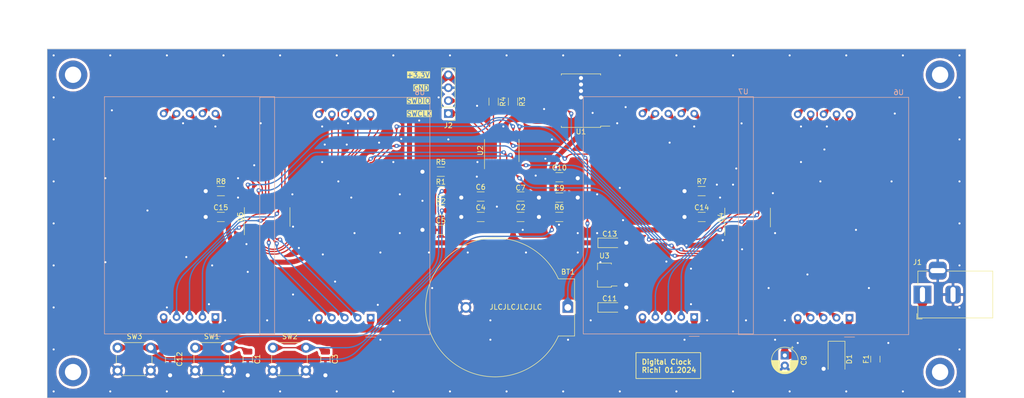
<source format=kicad_pcb>
(kicad_pcb (version 20221018) (generator pcbnew)
  (title_block (title "Digital Clock") (date "2023-12-16") (company "Richi"))
  (layers (0 "F.Cu" signal) (31 "B.Cu" signal) (34 "B.Paste" user) (35 "F.Paste" user) (36 "B.SilkS" user "B.Silkscreen") (37 "F.SilkS" user "F.Silkscreen") (38 "B.Mask" user) (39 "F.Mask" user) (44 "Edge.Cuts" user))
  (net 0 "")
  (net 1 "Net-(BT1-+)")
  (net 2 "GNDD")
  (net 3 "Net-(U2-PC14)")
  (net 4 "+3.3V")
  (net 5 "Net-(U2-PC15)")
  (net 6 "Net-(U2-NRST)")
  (net 7 "+5V")
  (net 8 "Net-(U2-PA0)")
  (net 9 "Net-(F1-Pad1)")
  (net 10 "SWCLK")
  (net 11 "SWDIO")
  (net 12 "DS3231_SCL")
  (net 13 "DS3231_SDA")
  (net 14 "Net-(U2-PB9)")
  (net 15 "Net-(U4-I-REF)")
  (net 16 "Net-(U5-I-REF)")
  (net 20 "TLC59283-2_BLANK")
  (net 21 "TLC59283-1_BLANK")
  (net 22 "TLC59283-2_LAT")
  (net 23 "TLC59283-1_LAT")
  (net 24 "TLC59283_SCLK")
  (net 25 "TLC59283_SOUT")
  (net 26 "TLC59283_SIN")
  (net 28 "Net-(U4-OUT0)")
  (net 29 "Net-(U4-OUT1)")
  (net 30 "Net-(U4-OUT2)")
  (net 31 "Net-(U4-OUT3)")
  (net 32 "Net-(U4-OUT4)")
  (net 33 "Net-(U4-OUT5)")
  (net 34 "Net-(U4-OUT6)")
  (net 35 "Net-(U4-OUT7)")
  (net 36 "Net-(U4-OUT8)")
  (net 37 "Net-(U4-OUT9)")
  (net 38 "Net-(U4-OUT10)")
  (net 39 "Net-(U4-OUT11)")
  (net 40 "Net-(U4-OUT12)")
  (net 41 "Net-(U4-OUT13)")
  (net 42 "Net-(U4-OUT14)")
  (net 43 "Net-(U4-OUT15)")
  (net 44 "Net-(U5-OUT0)")
  (net 45 "Net-(U5-OUT1)")
  (net 46 "Net-(U5-OUT2)")
  (net 47 "Net-(U5-OUT3)")
  (net 48 "Net-(U5-OUT4)")
  (net 49 "Net-(U5-OUT5)")
  (net 50 "Net-(U5-OUT6)")
  (net 51 "Net-(U5-OUT7)")
  (net 52 "Net-(U5-OUT8)")
  (net 53 "Net-(U5-OUT9)")
  (net 54 "Net-(U5-OUT10)")
  (net 55 "Net-(U5-OUT11)")
  (net 56 "Net-(U5-OUT12)")
  (net 57 "Net-(U5-OUT13)")
  (net 58 "Net-(U5-OUT14)")
  (net 59 "Net-(U5-OUT15)")
  (net 60 "Net-(U4-SOUT)")
  (footprint "Digital_Clock:BarrelJack_Horizontal" (layer "F.Cu") (at 232.76 104.14 180)
    (fp_text reference "J1")
    (fp_text value "Barrel_Jack_Switch")
  )
  (footprint "Digital_Clock:CP_Radial_D5.0mm_P2.00mm" (layer "F.Cu") (at 205.74 116.11 -90)
    (fp_text reference "C8")
    (fp_text value "100uF/10V")
  )
  (footprint "Digital_Clock:PinHeader_1x04_P2.54mm_Vertical" (layer "F.Cu") (at 139.7 68.58 180)
    (fp_text reference "J2")
    (fp_text value "Programming Connector")
  )
  (footprint "Digital_Clock:C_1206_3216Metric" (layer "F.Cu") (at 146.05 88.9)
    (fp_text reference "C4")
    (fp_text value "1uF")
  )
  (footprint "Digital_Clock:MountingHole_3.2mm_M3_DIN965_Pad" (layer "F.Cu") (at 66.04 60.96)
    (fp_text reference "REF**" hide)
    (fp_text value "MountingHole_3.2mm_M3_DIN965_Pad")
  )
  (footprint "Digital_Clock:C_1206_3216Metric" (layer "F.Cu") (at 161.495 81.0875)
    (fp_text reference "C10")
    (fp_text value "100nF")
  )
  (footprint "Digital_Clock:R_1206_3216Metric" (layer "F.Cu") (at 138.225 80.01 180)
    (fp_text reference "R5")
    (fp_text value "10K")
  )
  (footprint "Digital_Clock:C_1206_3216Metric" (layer "F.Cu") (at 85.09 116.84 -90)
    (fp_text reference "C12")
    (fp_text value "100nF")
  )
  (footprint "Digital_Clock:BatteryHolder_ComfortableElectronic_CH273-2450_1x2450" (layer "F.Cu") (at 163.149087 106.68 180)
    (fp_text reference "BT1")
    (fp_text value "3V CR2032")
  )
  (footprint "Digital_Clock:TSSOP-20_4.4x6.5mm_P0.65mm" (layer "F.Cu") (at 150.1825 75.845 90)
    (fp_text reference "U2")
    (fp_text value "STM32L031F6Px")
  )
  (footprint "Digital_Clock:R_1206_3216Metric" (layer "F.Cu") (at 138.225 87.63)
    (fp_text reference "R2")
    (fp_text value "20K")
  )
  (footprint "Digital_Clock:MountingHole_3.2mm_M3_DIN965_Pad" (layer "F.Cu") (at 236.22 60.96)
    (fp_text reference "REF**" hide)
    (fp_text value "MountingHole_3.2mm_M3_DIN965_Pad")
  )
  (footprint "Digital_Clock:SOIC-16W_7.5x10.3mm_P1.27mm" (layer "F.Cu") (at 165.735 66.04 180)
    (fp_text reference "U1")
    (fp_text value "DS3231M")
  )
  (footprint "Digital_Clock:R_1206_3216Metric" (layer "F.Cu") (at 138.225 83.82)
    (fp_text reference "R1")
    (fp_text value "20K")
  )
  (footprint "Digital_Clock:R_1206_3216Metric" (layer "F.Cu") (at 189.4225 83.82 180)
    (fp_text reference "R7")
    (fp_text value "3K3")
  )
  (footprint "Digital_Clock:R_1206_3216Metric" (layer "F.Cu") (at 161.4825 88.9 180)
    (fp_text reference "R6")
    (fp_text value "20K")
  )
  (footprint "Digital_Clock:C_1206_3216Metric" (layer "F.Cu") (at 115.57 116.84 90)
    (fp_text reference "C3")
    (fp_text value "100nF")
  )
  (footprint "Digital_Clock:SW_PUSH_6mm_H13mm" (layer "F.Cu") (at 74.78 114.59)
    (fp_text reference "SW3")
    (fp_text value "Set")
  )
  (footprint "Digital_Clock:CP_EIA-3216-18_Kemet-A" (layer "F.Cu") (at 171.37 93.98)
    (fp_text reference "C13")
    (fp_text value "10uF/16V")
  )
  (footprint "Digital_Clock:D_SMA" (layer "F.Cu") (at 215.9 116.84 -90)
    (fp_text reference "D1")
    (fp_text value "P4SMAJ5.0A")
  )
  (footprint "Digital_Clock:SOT-89-3" (layer "F.Cu") (at 170.34 100.33 180)
    (fp_text reference "U3")
    (fp_text value "HT7533-1")
  )
  (footprint "Digital_Clock:MountingHole_3.2mm_M3_DIN965_Pad" (layer "F.Cu") (at 236.22 119.38)
    (fp_text reference "REF**" hide)
    (fp_text value "MountingHole_3.2mm_M3_DIN965_Pad")
  )
  (footprint "Digital_Clock:C_1206_3216Metric" (layer "F.Cu") (at 153.875 88.9 180)
    (fp_text reference "C2")
    (fp_text value "10uF")
  )
  (footprint "Digital_Clock:C_1206_3216Metric" (layer "F.Cu") (at 189.435 88.9)
    (fp_text reference "C14")
    (fp_text value "100nF")
  )
  (footprint "Digital_Clock:CP_EIA-3216-18_Kemet-A" (layer "F.Cu") (at 171.37 106.68)
    (fp_text reference "C11")
    (fp_text value "10uF/16V")
  )
  (footprint "Digital_Clock:SW_PUSH_6mm_H13mm" (layer "F.Cu") (at 96.52 119.09 180)
    (fp_text reference "SW1")
    (fp_text value "Up")
  )
  (footprint "Digital_Clock:R_1206_3216Metric" (layer "F.Cu") (at 152.4 66.2325 -90)
    (fp_text reference "R3")
    (fp_text value "10K")
  )
  (footprint "Digital_Clock:R_1206_3216Metric" (layer "F.Cu") (at 95.0575 83.82 180)
    (fp_text reference "R8")
    (fp_text value "3K3")
  )
  (footprint "Digital_Clock:MountingHole_3.2mm_M3_DIN965_Pad" (layer "F.Cu") (at 66.04 119.38)
    (fp_text reference "REF**" hide)
    (fp_text value "MountingHole_3.2mm_M3_DIN965_Pad")
  )
  (footprint "Digital_Clock:SW_PUSH_6mm_H13mm" (layer "F.Cu") (at 111.76 119.09 180)
    (fp_text reference "SW2")
    (fp_text value "Down")
  )
  (footprint "Digital_Clock:QSOP-24_3.9x8.7mm_P0.635mm" (layer "F.Cu") (at 198.4375 89.0143 90)
    (fp_text reference "U4")
    (fp_text value "TLC59283DBQR")
  )
  (footprint "Digital_Clock:C_1206_3216Metric" (layer "F.Cu") (at 95.045 88.9)
    (fp_text reference "C15")
    (fp_text value "100nF")
  )
  (footprint "Digital_Clock:C_1206_3216Metric" (layer "F.Cu") (at 146.05 84.885)
    (fp_text reference "C6")
    (fp_text value "100nF")
  )
  (footprint "Digital_Clock:R_1206_3216Metric" (layer "F.Cu") (at 148.59 66.2325 -90)
    (fp_text reference "R4")
    (fp_text value "10K")
  )
  (footprint "Digital_Clock:C_1206_3216Metric" (layer "F.Cu") (at 153.875 84.885 180)
    (fp_text reference "C7")
    (fp_text value "100nF")
  )
  (footprint "Digital_Clock:C_1206_3216Metric" (layer "F.Cu") (at 138.225 91.44)
    (fp_text reference "C5")
    (fp_text value "100nF")
  )
  (footprint "Digital_Clock:QSOP-24_3.9x8.7mm_P0.635mm" (layer "F.Cu") (at 104.14 88.9 90)
    (fp_text reference "U5")
    (fp_text value "TLC59283DBQR")
  )
  (footprint "Digital_Clock:Fuse_1206_3216Metric" (layer "F.Cu") (at 223.52 116.84 90)
    (fp_text reference "F1")
    (fp_text value "SN050-08")
  )
  (footprint "Digital_Clock:C_1206_3216Metric" (layer "F.Cu") (at 161.495 85.09)
    (fp_text reference "C9")
    (fp_text value "1uF")
  )
  (footprint "Digital_Clock:C_1206_3216Metric" (layer "F.Cu") (at 100.33 116.84 90)
    (fp_text reference "C1")
    (fp_text value "100nF")
  )
  (footprint "Digital_Clock:LSD150BAG-101" (layer "B.Cu") (at 218.44 108.7175 90)
    (fp_text reference "U6")
    (fp_text value "LSD150BAG-101")
  )
  (footprint "Digital_Clock:LSD150BAG-101" (layer "B.Cu") (at 187.96 108.58 90)
    (fp_text reference "U7")
    (fp_text value "LSD150BAG-101")
  )
  (footprint "Digital_Clock:LSD150BAG-101" (layer "B.Cu") (at 93.98 108.58 90)
    (fp_text reference "U9" hide)
    (fp_text value "LSD150BAG-101")
  )
  (footprint "Digital_Clock:LSD150BAG-101" (layer "B.Cu") (at 124.46 108.7175 90)
    (fp_text reference "U8")
    (fp_text value "LSD150BAG-101")
  )
  (gr_rect (start 176.53 115.57) (end 189.23 120.65) (stroke (width 0.15)) (fill none) (layer "F.SilkS"))
  (gr_rect (start 60.96 55.88) (end 241.3 124.46) (stroke (width 0.1)) (fill none) (layer "Edge.Cuts"))
  (gr_text "+3.3V" (at 131.445 61.595) (layer "F.SilkS" knockout) (effects (font (size 1 1)) (justify left bottom)))
  (gr_text "SWDIO" (at 131.445 66.675) (layer "F.SilkS" knockout) (effects (font (size 1 1)) (justify left bottom)))
  (gr_text "GND" (at 132.715 64.135) (layer "F.SilkS" knockout) (effects (font (size 1 1)) (justify left bottom)))
  (gr_text "JLCJLCJLCJLC" (at 147.701 107.188) (layer "F.SilkS") (effects (font (size 1 1)) (justify left bottom)))
  (gr_text "SWCLK" (at 131.445 69.215) (layer "F.SilkS" knockout) (effects (font (size 1 1)) (justify left bottom)))
  (gr_text "Digital Clock\nRichi 01.2024" (at 177.546 119.5832) (layer "F.SilkS") (effects (font (size 1 1) (thickness 0.2) bold) (justify left bottom)))
  (segment (start 162.745987 67.945) (end 161.085 67.945) (width 0.25) (layer "F.Cu") (net 1))
  (segment (start 163.5125 68.2625) (end 163.83 68.58) (width 0.25) (layer "F.Cu") (net 1))
  (segment (start 167.005 78.024781) (end 167.005 90.17) (width 0.25) (layer "F.Cu") (net 1))
  (segment (start 166.565497 77.274503) (end 166.785248 77.494254) (width 0.25) (layer "F.Cu") (net 1))
  (via (at 166.565497 77.274503) (size 0.8) (drill 0.4) (layers "F.Cu" "B.Cu") (net 1))
  (via (at 167.005 90.17) (size 0.8) (drill 0.4) (layers "F.Cu" "B.Cu") (net 1))
  (via (at 163.83 68.58) (size 0.8) (drill 0.4) (layers "F.Cu" "B.Cu") (net 1))
  (arc (start 163.5125 68.2625) (mid 163.16082 68.027515) (end 162.745987 67.945) (width 0.25) (layer "F.Cu") (net 1))
  (arc (start 166.785248 77.494254) (mid 166.947888 77.737662) (end 167.005 78.024781) (width 0.25) (layer "F.Cu") (net 1))
  (segment (start 165.411207 98.748792) (end 164.742879 99.417119) (width 0.25) (layer "B.Cu") (net 1))
  (segment (start 167.005 94.901036) (end 167.005 90.17) (width 0.25) (layer "B.Cu") (net 1))
  (segment (start 163.83 72.604717) (end 163.83 68.58) (width 0.25) (layer "B.Cu") (net 1))
  (segment (start 163.149087 103.264876) (end 163.149087 106.68) (width 0.25) (layer "B.Cu") (net 1))
  (segment (start 166.565497 77.274503) (end 165.197748 75.906754) (width 0.25) (layer "B.Cu") (net 1))
  (arc (start 163.83 72.604717) (mid 164.185466 74.391766) (end 165.197748 75.906754) (width 0.25) (layer "B.Cu") (net 1))
  (arc (start 164.742879 99.417119) (mid 163.5633 101.182485) (end 163.149087 103.264876) (width 0.25) (layer "B.Cu") (net 1))
  (arc (start 165.411207 98.748792) (mid 166.590786 96.983426) (end 167.005 94.901036) (width 0.25) (layer "B.Cu") (net 1))
  (segment (start 165.735 65.405) (end 161.085 65.405) (width 1) (layer "F.Cu") (net 2))
  (segment (start 134.62 91.44) (end 136.75 91.44) (width 1) (layer "F.Cu") (net 2))
  (segment (start 161.085 61.595) (end 161.085 62.865) (width 1) (layer "F.Cu") (net 2))
  (segment (start 186.055 83.82) (end 187.96 83.82) (width 1) (layer "F.Cu") (net 2))
  (segment (start 161.085 62.865) (end 165.735 62.865) (width 1) (layer "F.Cu") (net 2))
  (segment (start 142.589956 84.885) (end 144.575 84.885) (width 1) (layer "F.Cu") (net 2))
  (segment (start 165.735 61.595) (end 170.385 61.595) (width 1) (layer "F.Cu") (net 2))
  (segment (start 213.522175 118.84) (end 215.9 118.84) (width 1) (layer "F.Cu") (net 2))
  (segment (start 164.771381 81.0875) (end 162.97 81.0875) (width 1) (layer "F.Cu") (net 2))
  (segment (start 161.085 61.595) (end 165.735 61.595) (width 1) (layer "F.Cu") (net 2))
  (segment (start 170.385 65.405) (end 165.735 65.405) (width 1) (layer "F.Cu") (net 2))
  (segment (start 150.50125 71.12625) (end 150.495 71.12) (width 0.25) (layer "F.Cu") (net 2))
  (segment (start 165.1 81.28) (end 165.00375 81.18375) (width 1) (layer "F.Cu") (net 2))
  (segment (start 150.5075 71.141338) (end 150.5075 72.9825) (width 0.25) (layer "F.Cu") (net 2))
  (segment (start 142.24 88.9) (end 144.575 88.9) (width 1) (layer "F.Cu") (net 2))
  (segment (start 100.48875 93.82125) (end 100.076 94.234) (width 0.25) (layer "F.Cu") (net 2))
  (segment (start 165.1 85.09) (end 162.97 85.09) (width 1) (layer "F.Cu") (net 2))
  (segment (start 100.6475 93.437993) (end 100.6475 91.5543) (width 0.25) (layer "F.Cu") (net 2))
  (segment (start 174.625 102.235) (end 174.4225 102.0325) (width 1) (layer "F.Cu") (net 2))
  (segment (start 194.945 91.8718) (end 194.945 91.6686) (width 0.25) (layer "F.Cu") (net 2))
  (segment (start 92.075 88.9) (end 93.57 88.9) (width 1) (layer "F.Cu") (net 2))
  (segment (start 174.625 106.68) (end 172.72 106.68) (width 1) (layer "F.Cu") (net 2))
  (segment (start 165.735 62.865) (end 170.385 62.865) (width 1) (layer "F.Cu") (net 2))
  (segment (start 173.933621 101.83) (end 172.29 101.83) (width 1) (layer "F.Cu") (net 2))
  (segment (start 165.735 64.135) (end 161.085 64.135) (width 1) (layer "F.Cu") (net 2))
  (segment (start 213.4075 118.7925) (end 213.36 118.745) (width 1) (layer "F.Cu") (net 2))
  (segment (start 161.085 62.865) (end 161.085 66.675) (width 1) (layer "F.Cu") (net 2))
  (segment (start 174.625 93.98) (end 172.72 93.98) (width 1) (layer "F.Cu") (net 2))
  (segment (start 115.57 120.015) (end 115.57 118.315) (width 1) (layer "F.Cu") (net 2))
  (segment (start 157.130043 84.885) (end 155.35 84.885) (width 1) (layer "F.Cu") (net 2))
  (segment (start 157.48 88.9) (end 155.35 88.9) (width 1) (layer "F.Cu") (net 2))
  (segment (start 92.075 83.82) (end 93.595 83.82) (width 1) (layer "F.Cu") (net 2))
  (segment (start 142.24 85.09) (end 142.3425 84.9875) (width 1) (layer "F.Cu") (net 2))
  (segment (start 170.385 65.405) (end 170.385 61.595) (width 1) (layer "F.Cu") (net 2))
  (segment (start 193.548 93.472) (end 194.801315 92.218684) (width 0.25) (layer "F.Cu") (net 2))
  (segment (start 186.055 88.9) (end 187.96 88.9) (width 1) (layer "F.Cu") (net 2))
  (segment (start 134.62 80.01) (end 136.7625 80.01) (width 1) (layer "F.Cu") (net 2))
  (segment (start 165.735 64.135) (end 170.385 64.135) (width 1) (layer "F.Cu") (net 2))
  (segment (start 100.33 120.015) (end 100.33 118.315) (width 1) (layer "F.Cu") (net 2))
  (segment (start 85.09 120.015) (end 85.09 118.315) (width 1) (layer "F.Cu") (net 2))
  (segment (start 157.48 85.09) (end 157.3775 84.9875) (width 1) (layer "F.Cu") (net 2))
  (via (at 172.847 70.485) (size 0.8) (drill 0.4) (layers "F.Cu" "B.Cu") (net 2))
  (via (at 73.343 123.19) (size 0.8) (drill 0.4) (layers "F.Cu" "B.Cu") (net 2))
  (via (at 128.905 78.105) (size 0.8) (drill 0.4) (layers "F.Cu" "B.Cu") (net 2))
  (via (at 240.03 81.915) (size 0.8) (drill 0.4) (layers "F.Cu" "B.Cu") (net 2))
  (via (at 143.51 95.885) (size 0.8) (drill 0.4) (layers "F.Cu" "B.Cu") (net 2))
  (via (at 184.468 57.15) (size 0.8) (drill 0.4) (layers "F.Cu" "B.Cu") (net 2))
  (via (at 88.265 96.774) (size 0.8) (drill 0.4) (layers "F.Cu" "B.Cu") (net 2))
  (via (at 217.805 123.19) (size 0.8) (drill 0.4) (layers "F.Cu" "B.Cu") (net 2))
  (via (at 93.345 98.425) (size 0.8) (drill 0.4) (layers "F.Cu" "B.Cu") (net 2))
  (via (at 184.468 123.19) (size 0.8) (drill 0.4) (layers "F.Cu" "B.Cu") (net 2))
  (via (at 117.793 123.19) (size 0.8) (drill 0.4) (layers "F.Cu" "B.Cu") (net 2))
  (via (at 62.23 57.15) (size 0.8) (drill 0.4) (layers "F.Cu" "B.Cu") (net 2))
  (via (at 206.693 123.19) (size 0.8) (drill 0.4) (layers "F.Cu" "B.Cu") (net 2))
  (via (at 145.3388 67.056) (size 0.8) (drill 0.4) (layers "F.Cu" "B.Cu") (net 2))
  (via (at 128.905 57.15) (size 0.8) (drill 0.4) (layers "F.Cu" "B.Cu") (net 2))
  (via (at 72.39 97.79) (size 0.8) (drill 0.4) (layers "F.Cu" "B.Cu") (net 2))
  (via (at 109.093 84.455) (size 0.8) (drill 0.4) (layers "F.Cu" "B.Cu") (net 2))
  (via (at 228.918 123.19) (size 0.8) (drill 0.4) (layers "F.Cu" "B.Cu") (net 2))
  (via (at 193.548 93.472) (size 0.8) (drill 0.4) (layers "F.Cu" "B.Cu") (net 2))
  (via (at 165.1 81.28) (size 1.6) (drill 0.8) (layers "F.Cu" "B.Cu") (net 2))
  (via (at 174.498 67.31) (size 0.8) (drill 0.4) (layers "F.Cu" "B.Cu") (net 2))
  (via (at 197.2564 70.5104) (size 0.8) (drill 0.4) (layers "F.Cu" "B.Cu") (net 2))
  (via (at 72.39 81.28) (size 0.8) (drill 0.4) (layers "F.Cu" "B.Cu") (net 2))
  (via (at 115.062 96.266) (size 0.8) (drill 0.4) (layers "F.Cu" "B.Cu") (net 2))
  (via (at 162.243 57.15) (size 0.8) (drill 0.4) (layers "F.Cu" "B.Cu") (net 2))
  (via (at 240.03 123.19) (size 0.8) (drill 0.4) (layers "F.Cu" "B.Cu") (net 2))
  (via (at 130.175 92.075) (size 0.8) (drill 0.4) (layers "F.Cu" "B.Cu") (net 2))
  (via (at 140.018 57.15) (size 0.8) (drill 0.4) (layers "F.Cu" "B.Cu") (net 2))
  (via (at 165.735 62.865) (size 1.6) (drill 0.8) (layers "F.Cu" "B.Cu") (net 2))
  (via (at 145.415 78.105) (size 0.8) (drill 0.4) (layers "F.Cu" "B.Cu") (net 2))
  (via (at 101.6 78.74) (size 0.8) (drill 0.4) (layers "F.Cu" "B.Cu") (net 2))
  (via (at 196.215 79.375) (size 0.8) (drill 0.4) (layers "F.Cu" "B.Cu") (net 2))
  (via (at 195.58 123.19) (size 0.8) (drill 0.4) (layers "F.Cu" "B.Cu") (net 2))
  (via (at 121.285 92.075) (size 0.8) (drill 0.4) (layers "F.Cu" "B.Cu") (net 2))
  (via (at 187.325 99.06) (size 0.8) (drill 0.4) (layers "F.Cu" "B.Cu") (net 2))
  (via (at 73.343 57.15) (size 0.8) (drill 0.4) (layers "F.Cu" "B.Cu") (net 2))
  (via (at 62.23 90.17) (size 0.8) (drill 0.4) (layers "F.Cu" "B.Cu") (net 2))
  (via (at 187.96 71.12) (size 0.8) (drill 0.4) (layers "F.Cu" "B.Cu") (net 2))
  (via (at 98.425 81.28) (size 0.8) (drill 0.4) (layers "F.Cu" "B.Cu") (net 2))
  (via (at 240.03 114.935) (size 0.8) (drill 0.4) (layers "F.Cu" "B.Cu") (net 2))
  (via (at 100.33 99.695) (size 0.8) (drill 0.4) (layers "F.Cu" "B.Cu") (net 2))
  (via (at 126.365 95.885) (size 0.8) (drill 0.4) (layers "F.Cu" "B.Cu") (net 2))
  (via (at 147.955 109.22) (size 0.8) (drill 0.4) (layers "F.Cu" "B.Cu") (net 2))
  (via (at 227.33 68.58) (size 0.8) (drill 0.4) (layers "F.Cu" "B.Cu") (net 2))
  (via (at 120.015 70.485) (size 0.8) (drill 0.4) (layers "F.Cu" "B.Cu") (net 2))
  (via (at 160.02 73.66) (size 0.8) (drill 0.4) (layers "F.Cu" "B.Cu") (net 2))
  (via (at 98.425 85.09) (size 0.8) (drill 0.4) (layers "F.Cu" "B.Cu") (net 2))
  (via (at 213.5124 75.6412) (size 0.8) (drill 0.4) (layers "F.Cu" "B.Cu") (net 2))
  (via (at 154.94 95.885) (size 0.8) (drill 0.4) (layers "F.Cu" "B.Cu") (net 2))
  (via (at 125.857 106.172) (size 0.8) (drill 0.4) (layers "F.Cu" "B.Cu") (net 2))
  (via (at 133.985 69.9516) (size 0.8) (drill 0.4) (layers "F.Cu" "B.Cu") (net 2))
  (via (at 165.735 64.135) (size 1.6) (drill 0.8) (layers "F.Cu" "B.Cu") (net 2))
  (via (at 110.363 94.996) (size 0.8) (drill 0.4) (layers "F.Cu" "B.Cu") (net 2))
  (via (at 136.525 102.87) (size 0.8) (drill 0.4) (layers "F.Cu" "B.Cu") (net 2))
  (via (at 142.24 88.9) (size 1.6) (drill 0.8) (layers "F.Cu" "B.Cu") (net 2))
  (via (at 195.58 57.15) (size 0.8) (drill 0.4) (layers "F.Cu" "B.Cu") (net 2))
  (via (at 87.63 70.485) (size 0.8) (drill 0.4) (layers "F.Cu" "B.Cu") (net 2))
  (via (at 106.68 123.19) (size 0.8) (drill 0.4) (layers "F.Cu" "B.Cu") (net 2))
  (via (at 168.021 68.453) (size 0.8) (drill 0.4) (layers "F.Cu" "B.Cu") (net 2))
  (via (at 130.175 109.22) (size 0.8) (drill 0.4) (layers "F.Cu" "B.Cu") (net 2))
  (via (at 73.66 67.945) (size 0.8) (drill 0.4) (layers "F.Cu" "B.Cu") (net 2))
  (via (at 226.06 113.665) (size 0.8) (drill 0.4) (layers "F.Cu" "B.Cu") (net 2))
  (via (at 154.305 91.44) (size 0.8) (drill 0.4) (layers "F.Cu" "B.Cu") (net 2))
  (via (at 120.65 85.09) (size 0.8) (drill 0.4) (layers "F.Cu" "B.Cu") (net 2))
  (via (at 80.645 87.63) (size 0.8) (drill 0.4) (layers "F.Cu" "B.Cu") (net 2))
  (via (at 135.89 95.885) (size 0.8) (drill 0.4) (layers "F.Cu" "B.Cu") (net 2))
  (via (at 169.545 97.79) (size 0.8) (drill 0.4) (layers "F.Cu" "B.Cu") (net 2))
  (via (at 186.055 83.82) (size 1.6) (drill 0.8) (layers "F.Cu" "B.Cu") (net 2))
  (via (at 208.915 78.105) (size 0.8) (drill 0.4) (layers "F.Cu" "B.Cu") (net 2))
  (via (at 128.905 123.19) (size 0.8) (drill 0.4) (layers "F.Cu" "B.Cu") (net 2))
  (via (at 134.62 85.725) (size 0.8) (drill 0.4) (layers "F.Cu" "B.Cu") (net 2))
  (via (at 210.185 100.203) (size 0.8) (drill 0.4) (layers "F.Cu" "B.Cu") (net 2))
  (via (at 197.358 95.25) (size 0.8) (drill 0.4) (layers "F.Cu" "B.Cu") (net 2))
  (via (at 92.71 106.045) (size 0.8) (drill 0.4) (layers "F.Cu" "B.Cu") (net 2))
  (via (at 203.4032 84.2264) (size 0.8) (drill 0.4) (layers "F.Cu" "B.Cu") (net 2))
  (via (at 62.23 114.935) (size 0.8) (drill 0.4) (layers "F.Cu" "B.Cu") (net 2))
  (via (at 182.499 97.663) (size 0.8) (drill 0.4) (layers "F.Cu" "B.Cu") (net 2))
  (via (at 84.455 106.68) (size 0.8) (drill 0.4) (layers "F.Cu" "B.Cu") (net 2))
  (via (at 174.625 106.68) (size 1.6) (drill 0.8) (layers "F.Cu" "B.Cu") (net 2))
  (via (at 174.625 93.98) (size 1.6) (drill 0.8) (layers "F.Cu" "B.Cu") (net 2))
  (via (at 62.23 123.19) (size 0.8) (drill 0.4) (layers "F.Cu" "B.Cu") (net 2))
  (via (at 192.405 82.55) (size 0.8) (drill 0.4) (layers "F.Cu" "B.Cu") (net 2))
  (via (at 156.845 80.772) (size 0.8) (drill 0.4) (layers "F.Cu" "B.Cu") (net 2))
  (via (at 161.417 90.424) (size 0.8) (drill 0.4) (layers "F.Cu" "B.Cu") (net 2))
  (via (at 114.935 78.105) (size 0.8) (drill 0.4) (layers "F.Cu" "B.Cu") (net 2))
  (via (at 240.03 65.405) (size 0.8) (drill 0.4) (layers "F.Cu" "B.Cu") (net 2))
  (via (at 213.995 71.12) (size 0.8) (drill 0.4) (layers "F.Cu" "B.Cu") (net 2))
  (via (at 219.71 91.44) (size 0.8) (drill 0.4) (layers "F.Cu" "B.Cu") (net 2))
  (via (at 109.22 90.805) (size 0.8) (drill 0.4) (layers "F.Cu" "B.Cu") (net 2))
  (via (at 193.04 85.09) (size 0.8) (drill 0.4) (layers "F.Cu" "B.Cu") (net 2))
  (via (at 118.11 81.915) (size 0.8) (drill 0.4) (layers "F.Cu" "B.Cu") (net 2))
  (via (at 165.735 61.595) (size 1.6) (drill 0.8) (layers "F.Cu" "B.Cu") (net 2))
  (via (at 165.1 92.075) (size 0.8) (drill 0.4) (layers "F.Cu" "B.Cu") (net 2))
  (via (at 206.693 57.15) (size 0.8) (drill 0.4) (layers "F.Cu" "B.Cu") (net 2))
  (via (at 134.62 91.44) (size 1.6) (drill 0.8) (layers "F.Cu" "B.Cu") (net 2))
  (via (at 213.36 118.745) (size 1.6) (drill 0.8) (layers "F.Cu" "B.Cu") (net 2))
  (via (at 190.5 109.22) (size 0.8) (drill 0.4) (layers "F.Cu" "B.Cu") (net 2))
  (via (at 62.23 81.915) (size 0.8) (drill 0.4) (layers "F.Cu" "B.Cu") (net 2))
  (via (at 203.835 92.075) (size 0.8) (drill 0.4) (layers "F.Cu" "B.Cu") (net 2))
  (via (at 168.91 84.455) (size 0.8) (drill 0.4) (layers "F.Cu" "B.Cu") (net 2))
  (via (at 126.111 74.295) (size 0.8) (drill 0.4) (layers "F.Cu" "B.Cu") (net 2))
  (via (at 93.98 71.12) (size 0.8) (drill 0.4) (layers "F.Cu" "B.Cu") (net 2))
  (via (at 202.565 102.87) (size 0.8) (drill 0.4) (layers "F.Cu" "B.Cu") (net 2))
  (via (at 195.58 82.55) (size 0.8) (drill 0.4) (layers "F.Cu" "B.Cu") (net 2))
  (via (at 165.1 85.09) (size 1.6) (drill 0.8) (layers "F.Cu" "B.Cu") (net 2))
  (via (at 205.74 109.22) (size 0.8) (drill 0.4) (layers "F.Cu" "B.Cu") (net 2))
  (via (at 112.395 109.22) (size 0.8) (drill 0.4) (layers "F.Cu" "B.Cu") (net 2))
  (via (at 186.436 94.488) (size 0.8) (drill 0.4) (layers "F.Cu" "B.Cu") (net 2))
  (via (at 147.955 113.03) (size 0.8) (drill 0.4) (layers "F.Cu" "B.Cu") (net 2))
  (via (at 157.48 88.9) (size 1.6) (drill 0.8) (layers "F.Cu" "B.Cu") (net 2))
  (via (at 158.75 77.47) (size 0.8) (drill 0.4) (layers "F.Cu" "B.Cu") (net 2))
  (via (at 139.7 73.66) (size 0.8) (drill 0.4) (layers "F.Cu" "B.Cu") (net 2))
  (via (at 150.495 71.12) (size 0.8) (drill 0.4) (layers "F.Cu" "B.Cu") (net 2))
  (via (at 149.225 86.868) (size 0.8) (drill 0.4) (layers "F.Cu" "B.Cu") (net 2))
  (via (at 222.25 102.87) (size 0.8) (drill 0.4) (layers "F.Cu" "B.Cu") (net 2))
  (via (at 217.805 57.15) (size 0.8) (drill 0.4) (layers "F.Cu" "B.Cu") (net 2))
  (via (at 62.23 65.405) (size 0.8) (drill 0.4) (layers "F.Cu" "B.Cu") (net 2))
  (via (at 62.23 98.425) (size 0.8) (drill 0.4) (layers "F.Cu" "B.Cu") (net 2))
  (via (at 109.22 104.14) (size 0.8) (drill 0.4) (layers "F.Cu" "B.Cu") (net 2))
  (via (at 168.91 92.075) (size 0.8) (drill 0.4) (layers "F.Cu" "B.Cu") (net 2))
  (via (at 130.175 84.455) (size 0.8) (drill 0.4) (layers "F.Cu" "B.Cu") (net 2))
  (via (at 126.365 113.03) (size 0.8) (drill 0.4) (layers "F.Cu" "B.Cu") (net 2))
  (via (at 165.735 65.405) (size 1.6) (drill 0.8) (layers "F.Cu" "B.Cu") (net 2))
  (via (at 240.03 90.17) (size 0.8) (drill 0.4) (layers "F.Cu" "B.Cu") (net 2))
  (via (at 134.62 80.01) (size 1.6) (drill 0.8) (layers "F.Cu" "B.Cu") (net 2))
  (via (at 100.33 120.015) (size 1.6) (drill 0.8) (layers "F.Cu" "B.Cu") (net 2))
  (via (at 167.64 109.22) (size 0.8) (drill 0.4) (layers "F.Cu" "B.Cu") (net 2))
  (via (at 92.075 88.9) (size 1.6) (drill 0.8) (layers "F.Cu" "B.Cu") (net 2))
  (via (at 198.12 109.22) (size 0.8) (drill 0.4) (layers "F.Cu" "B.Cu") (net 2))
  (via (at 163.195 113.03) (size 0.8) (drill 0.4) (layers "F.Cu" "B.Cu") (net 2))
  (via (at 151.13 57.15) (size 0.8) (drill 0.4) (layers "F.Cu" "B.Cu") (net 2))
  (via (at 115.443 74.676) (size 0.8) (drill 0.4) (layers "F.Cu" "B.Cu") (net 2))
  (via (at 240.03 106.68) (size 0.8) (drill 0.4) (layers "F.Cu" "B.Cu") (net 2))
  (via (at 130.4544 73.5584) (size 0.8) (drill 0.4) (layers "F.Cu" "B.Cu") (net 2))
  (via (at 158.496 67.691) (size 0.8) (drill 0.4) (layers "F.Cu" "B.Cu") (net 2))
  (via (at 95.568 123.19) (size 0.8) (drill 0.4) (layers "F.Cu" "B.Cu") (net 2))
  (via (at 173.99 89.535) (size 0.8) (drill 0.4) (layers "F.Cu" "B.Cu") (net 2))
  (via (at 240.03 57.15) (size 0.8) (drill 0.4) (layers "F.Cu" "B.Cu") (net 2))
  (via (at 226.695 81.915) (size 0.8) (drill 0.4) (layers "F.Cu" "B.Cu") (net 2))
  (via (at 165.1 95.885) (size 0.8) (drill 0.4) (layers "F.Cu" "B.Cu") (net 2))
  (via (at 145.288 80.9752) (size 0.8) (drill 0.4) (layers "F.Cu" "B.Cu") (net 2))
  (via (at 140.018 123.19) (size 0.8) (drill 0.4) (layers "F.Cu" "B.Cu") (net 2))
  (via (at 228.918 57.15) (size 0.8) (drill 0.4) (layers "F.Cu" "B.Cu") (net 2))
  (via (at 186.055 88.9) (size 1.6) (drill 0.8) (layers "F.Cu" "B.Cu") (net 2))
  (via (at 117.475 101.6) (size 0.8) (drill 0.4) (layers "F.Cu" "B.Cu") (net 2))
  (via (at 85.09 120.015) (size 1.6) (drill 0.8) (layers "F.Cu" "B.Cu") (net 2))
  (via (at 100.076 94.234) (size 0.8) (drill 0.4) (layers "F.Cu" "B.Cu") (net 2))
  (via (at 173.355 123.19) (size 0.8) (drill 0.4) (layers "F.Cu" "B.Cu") (net 2))
  (via (at 142.24 85.09) (size 1.6) (drill 0.8) (layers "F.Cu" "B.Cu") (net 2))
  (via (at 84.445 123.19) (size 0.8) (drill 0.4) (layers "F.Cu" "B.Cu") (net 2))
  (via (at 104.14 109.22) (size 0.8) (drill 0.4) (layers "F.Cu" "B.Cu") (net 2))
  (via (at 106.68 57.15) (size 0.8) (drill 0.4) (layers "F.Cu" "B.Cu") (net 2))
  (via (at 208.28 113.665) (size 0.8) (drill 0.4) (layers "F.Cu" "B.Cu") (net 2))
  (via (at 62.23 106.68) (size 0.8) (drill 0.4) (layers "F.Cu" "B.Cu") (net 2))
  (via (at 174.625 102.235) (size 1.6) (drill 0.8) (layers "F.Cu" "B.Cu") (net 2))
  (via (at 137.795 65.405) (size 0.8) (drill 0.4) (layers "F.Cu" "B.Cu") (net 2))
  (via (at 203.835 113.03) (size 0.8) (drill 0.4) (layers "F.Cu" "B.Cu") (net 2))
  (via (at 115.57 120.015) (size 1.6) (drill 0.8) (layers "F.Cu" "B.Cu") (net 2))
  (via (at 240.03 98.425) (size 0.8) (drill 0.4) (layers "F.Cu" "B.Cu") (net 2))
  (via (at 119.761 74.676) (size 0.8) (drill 0.4) (layers "F.Cu" "B.Cu") (net 2))
  (via (at 208.915 71.12) (size 0.8) (drill 0.4) (layers "F.Cu" "B.Cu") (net 2))
  (via (at 173.355 57.15) (size 0.8) (drill 0.4) (layers "F.Cu" "B.Cu") (net 2))
  (via (at 62.23 73.66) (size 0.8) (drill 0.4) (layers "F.Cu" "B.Cu") (net 2))
  (via (at 117.793 57.15) (size 0.8) (drill 0.4) (layers "F.Cu" "B.Cu") (net 2))
  (via (at 183.134 74.295) (size 0.8) (drill 0.4) (layers "F.Cu" "B.Cu") (net 2))
  (via (at 187.325 106.045) (size 0.8) (drill 0.4) (layers "F.Cu" "B.Cu") (net 2))
  (via (at 95.568 57.15) (size 0.8) (drill 0.4) (layers "F.Cu" "B.Cu") (net 2))
  (via (at 95.885 109.22) (size 0.8) (drill 0.4) (layers "F.Cu" "B.Cu") (net 2))
  (via (at 212.725 81.915) (size 0.8) (drill 0.4) (layers "F.Cu" "B.Cu") (net 2))
  (via (at 162.243 123.19) (size 0.8) (drill 0.4) (layers "F.Cu" "B.Cu") (net 2))
  (via (at 240.03 73.66) (size 0.8) (drill 0.4) (layers "F.Cu" "B.Cu") (net 2))
  (via (at 173.355 83.185) (size 0.8) (drill 0.4) (layers "F.Cu" "B.Cu") (net 2))
  (via (at 151.13 123.19) (size 0.8) (drill 0.4) (layers "F.Cu" "B.Cu") (net 2))
  (via (at 102.87 70.485) (size 0.8) (drill 0.4) (layers "F.Cu" "B.Cu") (net 2))
  (via (at 157.48 85.09) (size 1.6) (drill 0.8) (layers "F.Cu" "B.Cu") (net 2))
  (via (at 92.075 83.82) (size 1.6) (drill 0.8) (layers "F.Cu" "B.Cu") (net 2))
  (via (at 114.935 71.12) (size 0.8) (drill 0.4) (layers "F.Cu" "B.Cu") (net 2))
  (via (at 84.455 57.15) (size 0.8) (drill 0.4) (layers "F.Cu" "B.Cu") (net 2))
  (via (at 186.055 113.03) (size 0.8) (drill 0.4) (layers "F.Cu" "B.Cu") (net 2))
  (arc (start 100.6475 93.437993) (mid 100.606242 93.64541) (end 100.48875 93.82125) (width 0.25) (layer "F.Cu") (net 2))
  (arc (start 194.945 91.8718) (mid 194.907657 92.059532) (end 194.801315 92.218684) (width 0.25) (layer "F.Cu") (net 2))
  (arc (start 142.3425 84.9875) (mid 142.456033 84.911638) (end 142.589956 84.885) (width 1) (layer "F.Cu") (net 2))
  (arc (start 150.50125 71.12625) (mid 150.505875 71.133172) (end 150.5075 71.141338) (width 0.25) (layer "F.Cu") (net 2))
  (arc (start 174.4225 102.0325) (mid 174.1982 101.882628) (end 173.933621 101.83) (width 1) (layer "F.Cu") (net 2))
  (arc (start 213.4075 118.7925) (mid 213.460113 118.827655) (end 213.522175 118.84) (width 1) (layer "F.Cu") (net 2))
  (arc (start 164.771381 81.0875) (mid 164.897138 81.112514) (end 165.00375 81.18375) (width 1) (layer "F.Cu") (net 2))
  (arc (start 157.130043 84.885) (mid 157.263965 84.911638) (end 157.3775 84.9875) (width 1) (layer "F.Cu") (net 2))
  (segment (start 140.32875 83.82) (end 139.854448 83.82) (width 0.25) (layer "F.Cu") (net 3))
  (segment (start 147.9075 79.381802) (end 147.9075 78.7075) (width 0.25) (layer "F.Cu") (net 3))
  (segment (start 139.854448 83.82) (end 139.520552 83.82) (width 0.25) (layer "F.Cu") (net 3))
  (segment (start 96.52 114.59) (end 99.006992 114.59) (width 0.25) (layer "F.Cu") (net 3))
  (segment (start 99.9425 114.9775) (end 100.33 115.365) (width 0.25) (layer "F.Cu") (net 3))
  (segment (start 96.52 114.59) (end 90.02 114.59) (width 0.25) (layer "F.Cu") (net 3))
  (segment (start 146.885552 81.078052) (end 147.430696 80.532907) (width 0.25) (layer "F.Cu") (net 3))
  (segment (start 141.423432 83.366567) (end 141.829999 82.959999) (width 0.25) (layer "F.Cu") (net 3))
  (segment (start 139.6875 83.653052) (end 139.6875 83.486104) (width 0.25) (layer "F.Cu") (net 3))
  (segment (start 144.418351 82.1) (end 143.906223 82.1) (width 0.25) (layer "F.Cu") (net 3))
  (segment (start 138.43 83.82) (end 139.520552 83.82) (width 0.25) (layer "F.Cu") (net 3))
  (via (at 138.43 83.82) (size 0.8) (drill 0.4) (layers "F.Cu" "B.Cu") (net 3))
  (arc (start 99.006992 114.59) (mid 99.513285 114.690707) (end 99.9425 114.9775) (width 0.25) (layer "F.Cu") (net 3))
  (arc (start 139.6875 83.653052) (mid 139.638602 83.771102) (end 139.520552 83.82) (width 0.25) (layer "F.Cu") (net 3))
  (arc (start 139.854448 83.82) (mid 139.736397 83.771102) (end 139.6875 83.653052) (width 0.25) (layer "F.Cu") (net 3))
  (arc (start 147.9075 79.381802) (mid 147.783582 80.004775) (end 147.430696 80.532907) (width 0.25) (layer "F.Cu") (net 3))
  (arc (start 140.32875 83.82) (mid 140.921187 83.702156) (end 141.423432 83.366567) (width 0.25) (layer "F.Cu") (net 3))
  (arc (start 146.885552 81.078052) (mid 145.75359 81.834404) (end 144.418351 82.1) (width 0.25) (layer "F.Cu") (net 3))
  (arc (start 143.906223 82.1) (mid 142.782579 82.323506) (end 141.829999 82.959999) (width 0.25) (layer "F.Cu") (net 3))
  (segment (start 136.201207 99.568792) (end 124.968792 110.801207) (width 0.25) (layer "B.Cu") (net 3))
  (segment (start 138.43 83.82) (end 138.0675 84.1825) (width 0.25) (layer "B.Cu") (net 3))
  (segment (start 97.6175 113.4925) (end 96.52 114.59) (width 0.25) (layer "B.Cu") (net 3))
  (segment (start 137.795 88.083944) (end 137.795 95.721036) (width 0.25) (layer "B.Cu") (net 3))
  (segment (start 121.121036 112.395) (end 100.267099 112.395) (width 0.25) (layer "B.Cu") (net 3))
  (segment (start 137.705 87.866665) (end 137.705 85.057652) (width 0.25) (layer "B.Cu") (net 3))
  (arc (start 137.75 87.975305) (mid 137.783304 88.025149) (end 137.795 88.083944) (width 0.25) (layer "B.Cu") (net 3))
  (arc (start 137.705 85.057652) (mid 137.79921 84.584023) (end 138.0675 84.1825) (width 0.25) (layer "B.Cu") (net 3))
  (arc (start 121.121036 112.395) (mid 123.203426 111.980786) (end 124.968792 110.801207) (width 0.25) (layer "B.Cu") (net 3))
  (arc (start 136.201207 99.568792) (mid 137.380786 97.803426) (end 137.795 95.721036) (width 0.25) (layer "B.Cu") (net 3))
  (arc (start 97.6175 113.4925) (mid 98.833146 112.68023) (end 100.267099 112.395) (width 0.25) (layer "B.Cu") (net 3))
  (arc (start 137.75 87.975305) (mid 137.716695 87.92546) (end 137.705 87.866665) (width 0.25) (layer "B.Cu") (net 3))
  (segment (start 139.7 60.96) (end 133.673792 66.986207) (width 1) (layer "F.Cu") (net 4))
  (segment (start 161.420683 93.98) (end 158.225604 93.98) (width 1) (layer "F.Cu") (net 4))
  (segment (start 149.396572 93.98) (end 147.389715 93.98) (width 1) (layer "F.Cu") (net 4))
  (segment (start 151.12875 83.61375) (end 152.4 84.885) (width 0.25) (layer "F.Cu") (net 4))
  (segment (start 130.080001 93.98) (end 116.553963 93.98) (width 1) (layer "F.Cu") (net 4))
  (segment (start 160.02 84.205) (end 160.02 85.09) (width 1) (layer "F.Cu") (net 4))
  (segment (start 147.525 84.885) (end 147.525 88.9) (width 1) (layer "F.Cu") (net 4))
  (segment (start 163.371776 93.98) (end 169.7425 93.98) (width 1) (layer "F.Cu") (net 4))
  (segment (start 190.91 89.6475) (end 190.91 89.656073) (width 1) (layer "F.Cu") (net 4))
  (segment (start 149.8575 78.7075) (end 149.8575 72.9825) (width 0.25) (layer "F.Cu") (net 4))
  (segment (start 132.08 89.535) (end 132.08 91.980001) (width 1) (layer "F.Cu") (net 4))
  (segment (start 132.08 80.01) (end 132.08 70.833963) (width 1) (layer "F.Cu") (net 4))
  (segment (start 132.08 83.82) (end 132.08 85.725) (width 1) (layer "F.Cu") (net 4))
  (segment (start 191.438562 88.371437) (end 192.921437 86.888562) (width 0.25) (layer "F.Cu") (net 4))
  (segment (start 160.02 81.0875) (end 160.02 84.205) (width 1) (layer "F.Cu") (net 4))
  (segment (start 169.6475 69.215) (end 170.385 69.215) (width 1) (layer "F.Cu") (net 4))
  (segment (start 147.525 84.885) (end 152.4 84.885) (width 1) (layer "F.Cu") (net 4))
  (segment (start 99.371207 96.196207) (end 98.091544 94.916544) (width 1) (layer "F.Cu") (net 4))
  (segment (start 96.52 88.9) (end 98.653445 86.766554) (width 0.25) (layer "F.Cu") (net 4))
  (segment (start 174.356051 91.44) (end 189.126073 91.44) (width 1) (layer "F.Cu") (net 4))
  (segment (start 194.1975 86.36) (end 194.945 86.36) (width 0.25) (layer "F.Cu") (net 4))
  (segment (start 136.7625 87.63) (end 136.7625 83.82) (width 1) (layer "F.Cu") (net 4))
  (segment (start 154.94 93.98) (end 154.743144 93.98) (width 1) (layer "F.Cu") (net 4))
  (segment (start 148.59 64.77) (end 145.763963 64.77) (width 1) (layer "F.Cu") (net 4))
  (segment (start 146.05 93.98) (end 141.363712 93.98) (width 1) (layer "F.Cu") (net 4))
  (segment (start 163.018223 93.98) (end 161.420683 93.98) (width 1) (layer "F.Cu") (net 4))
  (segment (start 155.333712 93.98) (end 154.94 93.98) (width 1) (layer "F.Cu") (net 4))
  (segment (start 162.945 88.9) (end 162.945 93.553223) (width 1) (layer "F.Cu") (net 4))
  (segment (start 152.4 91.980001) (end 152.4 88.9) (width 1) (layer "F.Cu") (net 4))
  (segment (start 163.018223 93.98) (end 163.371776 93.98) (width 1) (layer "F.Cu") (net 4))
  (segment (start 99.9109 86.2457) (end 100.6475 86.2457) (width 0.25) (layer "F.Cu") (net 4))
  (segment (start 149.8575 78.7075) (end 149.8575 80.544681) (width 0.25) (layer "F.Cu") (net 4))
  (segment (start 96.52 91.1225) (end 96.52 88.9) (width 1) (layer "F.Cu") (net 4))
  (segment (start 160.02 79.59625) (end 160.02 81.0875) (width 1) (layer "F.Cu") (net 4))
  (segment (start 112.083792 96.196207) (end 112.706206 95.573792) (width 1) (layer "F.Cu") (net 4))
  (segment (start 132.08 89.535) (end 132.08 85.725) (width 1) (layer "F.Cu") (net 4))
  (segment (start 160.02 85.5325) (end 160.02 85.09) (width 1) (layer "F.Cu") (net 4))
  (segment (start 150.400001 93.98) (end 149.396572 93.98) (width 1) (layer "F.Cu") (net 4))
  (segment (start 136.7625 87.63) (end 133.985 87.63) (width 1) (layer "F.Cu") (net 4))
  (segment (start 146.05 93.98) (end 147.389715 93.98) (width 1) (layer "F.Cu") (net 4))
  (segment (start 132.08 80.01) (end 132.08 83.82) (width 1) (layer "F.Cu") (net 4))
  (segment (start 161.074472 77.050526) (end 168.388508 69.736491) (width 1) (layer "F.Cu") (net 4))
  (segment (start 148.59 64.77) (end 152.4 64.77) (width 1) (layer "F.Cu") (net 4))
  (segment (start 130.080001 93.98) (end 134.423144 93.98) (width 1) (layer "F.Cu") (net 4))
  (segment (start 171.29 92.71) (end 170.216222 93.783777) (width 1) (layer "F.Cu") (net 4))
  (segment (start 139.7 60.96) (end 141.916207 63.176207) (width 1) (layer "F.Cu") (net 4))
  (segment (start 158.225604 93.98) (end 155.333712 93.98) (width 1) (layer "F.Cu") (net 4))
  (segment (start 108.236036 97.79) (end 103.218963 97.79) (width 1) (layer "F.Cu") (net 4))
  (segment (start 172.29 98.095) (end 172.29 98.83) (width 1) (layer "F.Cu") (net 4))
  (segment (start 171.770276 96.840276) (end 170.412444 95.482444) (width 1) (layer "F.Cu") (net 4))
  (segment (start 162.945 88.9) (end 160.332894 86.287894) (width 1) (layer "F.Cu") (net 4))
  (segment (start 141.363712 93.98) (end 134.423144 93.98) (width 1) (layer "F.Cu") (net 4))
  (segment (start 170.02 94.535) (end 170.02 94.2575) (width 1) (layer "F.Cu") (net 4))
  (segment (start 150.400001 93.98) (end 154.743144 93.98) (width 1) (layer "F.Cu") (net 4))
  (segment (start 152.4 88.9) (end 147.525 88.9) (width 1) (layer "F.Cu") (net 4))
  (arc (start 169.6475 69.215) (mid 168.966138 69.350531) (end 168.388508 69.736491) (width 1) (layer "F.Cu") (net 4))
  (arc (start 190.91 89.656073) (mid 190.774206 90.338752) (end 190.3875 90.9175) (width 1) (layer "F.Cu") (net 4))
  (arc (start 161.074472 77.050526) (mid 160.294048 78.218514) (end 160.02 79.59625) (width 1) (layer "F.Cu") (net 4))
  (arc (start 108.236036 97.79) (mid 110.318426 97.375786) (end 112.083792 96.196207) (width 1) (layer "F.Cu") (net 4))
  (arc (start 99.9109 86.2457) (mid 99.23037 86.381065) (end 98.653445 86.766554) (width 0.25) (layer "F.Cu") (net 4))
  (arc (start 172.29 98.095) (mid 172.154928 97.415948) (end 171.770276 96.840276) (width 1) (layer "F.Cu") (net 4))
  (arc (start 163.07 93.855) (mid 163.085872 93.934798) (end 163.018223 93.98) (width 1) (layer "F.Cu") (net 4))
  (arc (start 163.07 93.855) (mid 163.208456 93.947513) (end 163.371776 93.98) (width 1) (layer "F.Cu") (net 4))
  (arc (start 170.216222 93.783777) (mid 170.070996 94.001123) (end 170.02 94.2575) (width 1) (layer "F.Cu") (net 4))
  (arc (start 194.1975 86.36) (mid 193.506899 86.497368) (end 192.921437 86.888562) (width 0.25) (layer "F.Cu") (net 4))
  (arc (start 191.438562 88.371437) (mid 191.047368 88.956899) (end 190.91 89.6475) (width 0.25) (layer "F.Cu") (net 4))
  (arc (start 169.7425 93.98) (mid 169.998876 93.929003) (end 170.216222 93.783777) (width 1) (layer "F.Cu") (net 4))
  (arc (start 116.553963 93.98) (mid 114.471572 94.394213) (end 112.706206 95.573792) (width 1) (layer "F.Cu") (net 4))
  (arc (start 133.673792 66.986207) (mid 132.494213 68.751572) (end 132.08 70.833963) (width 1) (layer "F.Cu") (net 4))
  (arc (start 152.4 91.980001) (mid 153.08629 93.394213) (end 154.743144 93.98) (width 1) (layer "F.Cu") (net 4))
  (arc (start 145.763963 64.77) (mid 143.681572 64.355786) (end 141.916207 63.176207) (width 1) (layer "F.Cu") (net 4))
  (arc (start 96.52 91.1225) (mid 96.92843 93.175822) (end 98.091544 94.916544) (width 1) (layer "F.Cu") (net 4))
  (arc (start 150.400001 93.98) (mid 151.814213 93.394213) (end 152.4 91.980001) (width 1) (layer "F.Cu") (net 4))
  (arc (start 132.08 91.980001) (mid 132.76629 93.394213) (end 134.423144 93.98) (width 1) (layer "F.Cu") (net 4))
  (arc (start 151.12875 83.61375) (mid 150.187887 82.205649) (end 149.8575 80.544681) (width 0.25) (layer "F.Cu") (net 4))
  (arc (start 170.02 94.2575) (mid 169.938722 94.061277) (end 169.7425 93.98) (width 1) (layer "F.Cu") (net 4))
  (arc (start 163.07 93.855) (mid 162.977486 93.716543) (end 162.945 93.553223) (width 1) (layer "F.Cu") (net 4))
  (arc (start 170.02 94.535) (mid 170.121992 95.047753) (end 170.412444 95.482444) (width 1) (layer "F.Cu") (net 4))
  (arc (start 133.985 87.63) (mid 132.637961 87.072038) (end 132.08 85.725) (width 1) (layer "F.Cu") (net 4))
  (arc (start 160.02 85.5325) (mid 160.101318 85.941316) (end 160.332894 86.287894) (width 1) (layer "F.Cu") (net 4))
  (arc (start 174.356051 91.44) (mid 172.696716 91.770062) (end 171.29 92.71) (width 1) (layer "F.Cu") (net 4))
  (arc (start 130.080001 93.98) (mid 131.494213 93.394213) (end 132.08 91.980001) (width 1) (layer "F.Cu") (net 4))
  (arc (start 99.371207 96.196207) (mid 101.136572 97.375786) (end 103.218963 97.79) (width 1) (layer "F.Cu") (net 4))
  (arc (start 190.3875 90.9175) (mid 189.808752 91.304206) (end 189.126073 91.44) (width 1) (layer "F.Cu") (net 4))
  (arc (start 132.08 89.535) (mid 132.637961 88.187961) (end 133.985 87.63) (width 1) (layer "F.Cu") (net 4))
  (segment (start 142.177742 83.561266) (end 140.2625 85.476508) (width 0.25) (layer "F.Cu") (net 5))
  (segment (start 148.085752 80.513548) (end 147.060568 81.538733) (width 0.25) (layer "F.Cu") (net 5))
  (segment (start 139.69375 87.63) (end 139.6875 87.63) (width 0.25) (layer "F.Cu") (net 5))
  (segment (start 139.6875 87.63) (end 139.675 87.63) (width 0.25) (layer "F.Cu") (net 5))
  (segment (start 148.5575 79.374651) (end 148.5575 78.7075) (width 0.25) (layer "F.Cu") (net 5))
  (segment (start 111.76 114.59) (end 105.26 114.59) (width 0.25) (layer "F.Cu") (net 5))
  (segment (start 115.1825 114.9775) (end 115.57 115.365) (width 0.25) (layer "F.Cu") (net 5))
  (segment (start 114.246992 114.59) (end 111.76 114.59) (width 0.25) (layer "F.Cu") (net 5))
  (segment (start 139.7 87.62375) (end 139.7 86.834504) (width 0.25) (layer "F.Cu") (net 5))
  (segment (start 138.43 87.63) (end 139.675 87.63) (width 0.25) (layer "F.Cu") (net 5))
  (via (at 138.43 87.63) (size 0.8) (drill 0.4) (layers "F.Cu" "B.Cu") (net 5))
  (arc (start 148.085752 80.513548) (mid 148.434896 79.991017) (end 148.5575 79.374651) (width 0.25) (layer "F.Cu") (net 5))
  (arc (start 142.177742 83.561266) (mid 143.297872 82.812819) (end 144.619155 82.55) (width 0.25) (layer "F.Cu") (net 5))
  (arc (start 139.7 87.62375) (mid 139.698169 87.628169) (end 139.69375 87.63) (width 0.25) (layer "F.Cu") (net 5))
  (arc (start 114.246992 114.59) (mid 114.753285 114.690707) (end 115.1825 114.9775) (width 0.25) (layer "F.Cu") (net 5))
  (arc (start 147.060568 81.538733) (mid 145.940438 82.28718) (end 144.619155 82.55) (width 0.25) (layer "F.Cu") (net 5))
  (arc (start 140.2625 85.476508) (mid 139.846188 86.099562) (end 139.7 86.834504) (width 0.25) (layer "F.Cu") (net 5))
  (segment (start 138.43 87.63) (end 138.43 95.722432) (width 0.25) (layer "B.Cu") (net 5))
  (segment (start 119.562432 114.59) (end 111.76 114.59) (width 0.25) (layer "B.Cu") (net 5))
  (segment (start 136.836207 99.570188) (end 123.410188 112.996207) (width 0.25) (layer "B.Cu") (net 5))
  (arc (start 119.562432 114.59) (mid 121.644822 114.175786) (end 123.410188 112.996207) (width 0.25) (layer "B.Cu") (net 5))
  (arc (start 136.836207 99.570188) (mid 138.015786 97.804822) (end 138.43 95.722432) (width 0.25) (layer "B.Cu") (net 5))
  (segment (start 143.071184 91.44) (end 139.7 91.44) (width 0.25) (layer "F.Cu") (net 6))
  (segment (start 148.740809 80.49419) (end 147.62875 81.60625) (width 0.25) (layer "F.Cu") (net 6))
  (segment (start 146.05 88.461184) (end 146.05 85.417689) (width 0.25) (layer "F.Cu") (net 6))
  (segment (start 149.2075 79.3675) (end 149.2075 78.7075) (width 0.25) (layer "F.Cu") (net 6))
  (arc (start 149.2075 79.3675) (mid 149.08621 79.97726) (end 148.740809 80.49419) (width 0.25) (layer "F.Cu") (net 6))
  (arc (start 145.177525 90.567525) (mid 144.211127 91.213251) (end 143.071184 91.44) (width 0.25) (layer "F.Cu") (net 6))
  (arc (start 146.05 88.461184) (mid 145.823251 89.601127) (end 145.177525 90.567525) (width 0.25) (layer "F.Cu") (net 6))
  (arc (start 147.62875 81.60625) (mid 146.460303 83.354953) (end 146.05 85.417689) (width 0.25) (layer "F.Cu") (net 6))
  (segment (start 204.47 111.125) (end 197.726288 111.125) (width 1) (layer "F.Cu") (net 7))
  (segment (start 172.028431 111.125) (end 170.871568 111.125) (width 1) (layer "F.Cu") (net 7))
  (segment (start 187.96 109.8525) (end 187.96 108.58) (width 1) (layer "F.Cu") (net 7))
  (segment (start 189.2325 111.125) (end 186.6875 111.125) (width 1) (layer "F.Cu") (net 7))
  (segment (start 175.26 111.125) (end 172.72 111.125) (width 1) (layer "F.Cu") (net 7))
  (segment (start 207.07625 111.125) (end 209.48375 111.125) (width 1) (layer "F.Cu") (net 7))
  (segment (start 114.3 109.92125) (end 114.3 108.7175) (width 1) (layer "F.Cu") (net 7))
  (segment (start 176.53 111.125) (end 179.07 111.125) (width 1) (layer "F.Cu") (net 7))
  (segment (start 170.967382 100.652617) (end 170.655 100.965) (width 1) (layer "F.Cu") (net 7))
  (segment (start 218.44 109.28625) (end 218.44 108.7175) (width 1) (layer "F.Cu") (net 7))
  (segment (start 207.07625 111.125) (end 207.01 111.125) (width 1) (layer "F.Cu") (net 7))
  (segment (start 92.7075 111.125) (end 85.988025 111.125) (width 1) (layer "F.Cu") (net 7))
  (segment (start 193.04 111.125) (end 191.429034 111.125) (width 1) (layer "F.Cu") (net 7))
  (segment (start 204.47 111.125) (end 207.01 111.125) (width 1) (layer "F.Cu") (net 7))
  (segment (start 83.82 109.2175) (end 83.82 108.58) (width 1) (layer "F.Cu") (net 7))
  (segment (start 170.02 110.851862) (end 170.02 106.68) (width 1) (layer "F.Cu") (net 7))
  (segment (start 171.74625 100.33) (end 172.2025 100.33) (width 1) (layer "F.Cu") (net 7))
  (segment (start 208.28 109.92125) (end 208.28 108.7175) (width 1) (layer "F.Cu") (net 7))
  (segment (start 115.50375 111.125) (end 113.09625 111.125) (width 1) (layer "F.Cu") (net 7))
  (segment (start 179.07 111.125) (end 186.6875 111.125) (width 1) (layer "F.Cu") (net 7))
  (segment (start 113.09625 111.125) (end 95.2525 111.125) (width 1) (layer "F.Cu") (net 7))
  (segment (start 170.871568 111.125) (end 170.293137 111.125) (width 1) (layer "F.Cu") (net 7))
  (segment (start 216.924264 115.44) (end 223.52 115.44) (width 1) (layer "F.Cu") (net 7))
  (segment (start 84.27078 110.30578) (end 84.455 110.49) (width 1) (layer "F.Cu") (net 7))
  (segment (start 170.066862 111.125) (end 170.293137 111.125) (width 1) (layer "F.Cu") (net 7))
  (segment (start 124.46 109.92125) (end 124.46 108.7175) (width 1) (layer "F.Cu") (net 7))
  (segment (start 93.98 109.8525) (end 93.98 108.58) (width 1) (layer "F.Cu") (net 7))
  (segment (start 170.02 102.498025) (end 170.02 106.68) (width 1) (layer "F.Cu") (net 7))
  (segment (start 216.271974 111.125) (end 209.48375 111.125) (width 1) (layer "F.Cu") (net 7))
  (segment (start 123.25625 111.125) (end 125.66375 111.125) (width 1) (layer "F.Cu") (net 7))
  (segment (start 177.8 109.855) (end 177.8 108.58) (width 1) (layer "F.Cu") (net 7))
  (segment (start 189.2325 111.125) (end 189.964678 111.125) (width 1) (layer "F.Cu") (net 7))
  (segment (start 197.726288 111.125) (end 193.04 111.125) (width 1) (layer "F.Cu") (net 7))
  (segment (start 215.265 115.475) (end 215.6 115.14) (width 1) (layer "F.Cu") (net 7))
  (segment (start 92.7075 111.125) (end 95.2525 111.125) (width 1) (layer "F.Cu") (net 7))
  (segment (start 217.805 110.49) (end 218.037833 110.257166) (width 1) (layer "F.Cu") (net 7))
  (segment (start 172.028431 111.125) (end 172.72 111.125) (width 1) (layer "F.Cu") (net 7))
  (segment (start 176.53 111.125) (end 175.26 111.125) (width 1) (layer "F.Cu") (net 7))
  (segment (start 123.25625 111.125) (end 115.50375 111.125) (width 1) (layer "F.Cu") (net 7))
  (segment (start 191.429034 111.125) (end 189.964678 111.125) (width 1) (layer "F.Cu") (net 7))
  (segment (start 205.74 116.11) (end 205.74 112.395) (width 1) (layer "F.Cu") (net 7))
  (segment (start 125.66375 111.125) (end 170.066862 111.125) (width 1) (layer "F.Cu") (net 7))
  (segment (start 205.74 116.11) (end 213.731974 116.11) (width 1) (layer "F.Cu") (net 7))
  (arc (start 216.2 115.14) (mid 216.532295 115.362032) (end 216.924264 115.44) (width 1) (layer "F.Cu") (net 7))
  (arc (start 123.25625 111.125) (mid 124.107429 110.772429) (end 124.46 109.92125) (width 1) (layer "F.Cu") (net 7))
  (arc (start 114.3 109.92125) (mid 113.947429 110.772429) (end 113.09625 111.125) (width 1) (layer "F.Cu") (net 7))
  (arc (start 84.455 110.49) (mid 85.158357 110.959968) (end 85.988025 111.125) (width 1) (layer "F.Cu") (net 7))
  (arc (start 207.07625 111.125) (mid 207.927429 110.772429) (end 208.28 109.92125) (width 1) (layer "F.Cu") (net 7))
  (arc (start 124.46 109.92125) (mid 124.81257 110.772429) (end 125.66375 111.125) (width 1) (layer "F.Cu") (net 7))
  (arc (start 170.066862 111.125) (mid 170.110158 111.09607) (end 170.1 111.045) (width 1) (layer "F.Cu") (net 7))
  (arc (start 92.7075 111.125) (mid 93.607293 110.752293) (end 93.98 109.8525) (width 1) (layer "F.Cu") (net 7))
  (arc (start 170.02 110.851862) (mid 170.040791 110.956387) (end 170.1 111.045) (width 1) (layer "F.Cu") (net 7))
  (arc (start 187.96 109.8525) (mid 187.587293 110.752293) (end 186.6875 111.125) (width 1) (layer "F.Cu") (net 7))
  (arc (start 218.44 109.28625) (mid 218.33548 109.811706) (end 218.037833 110.257166) (width 1) (layer "F.Cu") (net 7))
  (arc (start 177.8 109.855) (mid 177.428025 110.753025) (end 176.53 111.125) (width 1) (layer "F.Cu") (net 7))
  (arc (start 84.27078 110.30578) (mid 83.937153 109.806473) (end 83.82 109.2175) (width 1) (layer "F.Cu") (net 7))
  (arc (start 93.98 109.8525) (mid 94.352706 110.752293) (end 95.2525 111.125) (width 1) (layer "F.Cu") (net 7))
  (arc (start 170.967382 100.652617) (mid 171.324729 100.413845) (end 171.74625 100.33) (width 1) (layer "F.Cu") (net 7))
  (arc (start 115.50375 111.125) (mid 114.65257 110.772429) (end 114.3 109.92125) (width 1) (layer "F.Cu") (net 7))
  (arc (start 205.74 112.395) (mid 206.111974 111.496974) (end 207.01 111.125) (width 1) (layer "F.Cu") (net 7))
  (arc (start 217.805 110.49) (mid 217.101641 110.959968) (end 216.271974 111.125) (width 1) (layer "F.Cu") (net 7))
  (arc (start 209.48375 111.125) (mid 208.63257 110.772429) (end 208.28 109.92125) (width 1) (layer "F.Cu") (net 7))
  (arc (start 213.731974 116.11) (mid 214.561641 115.944968) (end 215.265 115.475) (width 1) (layer "F.Cu") (net 7))
  (arc (start 170.02 102.498025) (mid 170.185031 101.668357) (end 170.655 100.965) (width 1) (layer "F.Cu") (net 7))
  (arc (start 216.2 115.14) (mid 215.899999 115.015735) (end 215.6 115.14) (width 1) (layer "F.Cu") (net 7))
  (arc (start 170.293137 111.125) (mid 170.188612 111.104208) (end 170.1 111.045) (width 1) (layer "F.Cu") (net 7))
  (arc (start 187.96 109.8525) (mid 188.332706 110.752293) (end 189.2325 111.125) (width 1) (layer "F.Cu") (net 7))
  (arc (start 205.74 112.395) (mid 205.368025 111.496974) (end 204.47 111.125) (width 1) (layer "F.Cu") (net 7))
  (arc (start 177.8 109.855) (mid 178.171974 110.753025) (end 179.07 111.125) (width 1) (layer "F.Cu") (net 7))
  (segment (start 81.28 114.59) (end 83.766992 114.59) (width 0.25) (layer "F.Cu") (net 8))
  (segment (start 150.5075 79.45875) (end 150.5075 78.7075) (width 0.25) (layer "F.Cu") (net 8))
  (segment (start 151.038713 80.741213) (end 152.838265 82.540765) (width 0.25) (layer "F.Cu") (net 8))
  (segment (start 84.7025 114.9775) (end 85.09 115.365) (width 0.25) (layer "F.Cu") (net 8))
  (segment (start 160.02 88.9) (end 160.02 91.44) (width 0.25) (layer "F.Cu") (net 8))
  (segment (start 153.67 84.54875) (end 153.67 84.826974) (width 0.25) (layer "F.Cu") (net 8))
  (segment (start 81.28 114.59) (end 74.78 114.59) (width 0.25) (layer "F.Cu") (net 8))
  (segment (start 160.02 88.9) (end 159.0675 87.9475) (width 0.25) (layer "F.Cu") (net 8))
  (segment (start 155.838025 86.995) (end 156.767961 86.995) (width 0.25) (layer "F.Cu") (net 8))
  (via (at 160.02 91.44) (size 0.8) (drill 0.4) (layers "F.Cu" "B.Cu") (net 8))
  (arc (start 153.67 84.54875) (mid 153.453839 83.462036) (end 152.838265 82.540765) (width 0.25) (layer "F.Cu") (net 8))
  (arc (start 154.305 86.36) (mid 153.835031 85.656641) (end 153.67 84.826974) (width 0.25) (layer "F.Cu") (net 8))
  (arc (start 159.0675 87.9475) (mid 158.012462 87.242546) (end 156.767961 86.995) (width 0.25) (layer "F.Cu") (net 8))
  (arc (start 151.038713 80.741213) (mid 150.645557 80.152814) (end 150.5075 79.45875) (width 0.25) (layer "F.Cu") (net 8))
  (arc (start 155.838025 86.995) (mid 155.008357 86.829968) (end 154.305 86.36) (width 0.25) (layer "F.Cu") (net 8))
  (arc (start 83.766992 114.59) (mid 84.273285 114.690707) (end 84.7025 114.9775) (width 0.25) (layer "F.Cu") (net 8))
  (segment (start 82.405 115.715) (end 81.28 114.59) (width 0.25) (layer "B.Cu") (net 8))
  (segment (start 159.385 92.075) (end 160.02 91.44) (width 0.25) (layer "B.Cu") (net 8))
  (segment (start 85.12099 116.84) (end 117.948828 116.84) (width 0.25) (layer "B.Cu") (net 8))
  (segment (start 142.738999 94.303792) (end 121.796584 115.246207) (width 0.25) (layer "B.Cu") (net 8))
  (segment (start 157.851974 92.71) (end 146.586755 92.71) (width 0.25) (layer "B.Cu") (net 8))
  (arc (start 121.796584 115.246207) (mid 120.031218 116.425786) (end 117.948828 116.84) (width 0.25) (layer "B.Cu") (net 8))
  (arc (start 82.405 115.715) (mid 83.651106 116.547622) (end 85.12099 116.84) (width 0.25) (layer "B.Cu") (net 8))
  (arc (start 142.738999 94.303792) (mid 144.504364 93.124213) (end 146.586755 92.71) (width 0.25) (layer "B.Cu") (net 8))
  (arc (start 159.385 92.075) (mid 158.681641 92.544968) (end 157.851974 92.71) (width 0.25) (layer "B.Cu") (net 8))
  (segment (start 226.782063 117.387936) (end 231.166207 113.003792) (width 1) (layer "F.Cu") (net 9))
  (segment (start 232.76 109.156036) (end 232.76 104.14) (width 1) (layer "F.Cu") (net 9))
  (segment (start 224.725 118.24) (end 223.52 118.24) (width 1) (layer "F.Cu") (net 9))
  (arc (start 231.166207 113.003792) (mid 232.345786 111.238426) (end 232.76 109.156036) (width 1) (layer "F.Cu") (net 9))
  (arc (start 224.725 118.24) (mid 225.838274 118.018555) (end 226.782063 117.387936) (width 1) (layer "F.Cu") (net 9))
  (segment (start 141.2775 68.58) (end 139.7 68.58) (width 0.25) (layer "F.Cu") (net 10))
  (segment (start 143.97046 69.69546) (end 147.2575 72.9825) (width 0.25) (layer "F.Cu") (net 10))
  (arc (start 141.2775 68.58) (mid 142.734919 68.869898) (end 143.97046 69.69546) (width 0.25) (layer "F.Cu") (net 10))
  (segment (start 140.701249 66.04) (end 139.7 66.04) (width 0.25) (layer "F.Cu") (net 11))
  (segment (start 147.9075 72.61375) (end 147.9075 72.9825) (width 0.25) (layer "F.Cu") (net 11))
  (segment (start 147.646754 71.984255) (end 142.410489 66.74799) (width 0.25) (layer "F.Cu") (net 11))
  (arc (start 140.701249 66.04) (mid 141.626283 66.224) (end 142.410489 66.74799) (width 0.25) (layer "F.Cu") (net 11))
  (arc (start 147.646754 71.984255) (mid 147.839734 72.27307) (end 147.9075 72.61375) (width 0.25) (layer "F.Cu") (net 11))
  (segment (start 152.4 67.695) (end 153.795 69.09) (width 0.25) (layer "F.Cu") (net 12))
  (segment (start 149.2075 71.935) (end 149.2075 72.9825) (width 0.25) (layer "F.Cu") (net 12))
  (segment (start 149.948194 70.146805) (end 152.4 67.695) (width 0.25) (layer "F.Cu") (net 12))
  (segment (start 157.162827 70.485) (end 161.085 70.485) (width 0.25) (layer "F.Cu") (net 12))
  (arc (start 149.948194 70.146805) (mid 149.4 70.967236) (end 149.2075 71.935) (width 0.25) (layer "F.Cu") (net 12))
  (arc (start 153.795 69.09) (mid 155.340172 70.122451) (end 157.162827 70.485) (width 0.25) (layer "F.Cu") (net 12))
  (segment (start 149.4175 66.8675) (end 148.6225 67.6625) (width 0.25) (layer "F.Cu") (net 13))
  (segment (start 158.965 69.215) (end 161.085 69.215) (width 0.25) (layer "F.Cu") (net 13))
  (segment (start 148.57375 67.71125) (end 148.59 67.695) (width 0.25) (layer "F.Cu") (net 13))
  (segment (start 148.6225 67.6625) (end 148.59 67.695) (width 0.25) (layer "F.Cu") (net 13))
  (segment (start 151.415261 66.04) (end 151.9575 66.04) (width 0.25) (layer "F.Cu") (net 13))
  (segment (start 154.88092 67.25092) (end 155.345933 67.715933) (width 0.25) (layer "F.Cu") (net 13))
  (segment (start 148.5575 67.75048) (end 148.5575 72.9825) (width 0.25) (layer "F.Cu") (net 13))
  (arc (start 158.965 69.215) (mid 157.006375 68.825405) (end 155.345933 67.715933) (width 0.25) (layer "F.Cu") (net 13))
  (arc (start 151.415261 66.04) (mid 150.33408 66.25506) (end 149.4175 66.8675) (width 0.25) (layer "F.Cu") (net 13))
  (arc (start 148.57375 67.71125) (mid 148.561723 67.729249) (end 148.5575 67.75048) (width 0.25) (layer "F.Cu") (net 13))
  (arc (start 151.9575 66.04) (mid 153.539643 66.354707) (end 154.88092 67.25092) (width 0.25) (layer "F.Cu") (net 13))
  (segment (start 146.60625 79.35875) (end 147.2575 78.7075) (width 0.25) (layer "F.Cu") (net 14))
  (segment (start 145.033993 80.01) (end 139.6875 80.01) (width 0.25) (layer "F.Cu") (net 14))
  (arc (start 145.033993 80.01) (mid 145.884892 79.840745) (end 146.60625 79.35875) (width 0.25) (layer "F.Cu") (net 14))
  (segment (start 195.58 85.835) (end 195.58 86.36) (width 0.25) (layer "F.Cu") (net 15))
  (segment (start 194.835 84.565) (end 195.208768 84.938768) (width 0.25) (layer "F.Cu") (net 15))
  (segment (start 193.03641 83.82) (end 190.885 83.82) (width 0.25) (layer "F.Cu") (net 15))
  (arc (start 195.58 85.835) (mid 195.483519 85.349963) (end 195.208768 84.938768) (width 0.25) (layer "F.Cu") (net 15))
  (arc (start 194.835 84.565) (mid 194.0098 84.013619) (end 193.03641 83.82) (width 0.25) (layer "F.Cu") (net 15))
  (segment (start 101.2825 85.7207) (end 101.2825 86.2457) (width 0.25) (layer "F.Cu") (net 16))
  (segment (start 100.911268 84.824468) (end 100.59465 84.50785) (width 0.25) (layer "F.Cu") (net 16))
  (segment (start 98.934033 83.82) (end 96.52 83.82) (width 0.25) (layer "F.Cu") (net 16))
  (arc (start 100.59465 84.50785) (mid 99.832752 83.998766) (end 98.934033 83.82) (width 0.25) (layer "F.Cu") (net 16))
  (arc (start 100.911268 84.824468) (mid 101.186019 85.235663) (end 101.2825 85.7207) (width 0.25) (layer "F.Cu") (net 16))
  (segment (start 150.582 76.2) (end 150.86975 76.48775) (width 0.25) (layer "F.Cu") (net 20))
  (segment (start 102.5525 83.814074) (end 102.5525 86.2457) (width 0.25) (layer "F.Cu") (net 20))
  (segment (start 102.463 83.661288) (end 102.50775 83.706038) (width 0.25) (layer "F.Cu") (net 20))
  (segment (start 151.1575 77.182439) (end 151.1575 78.7075) (width 0.25) (layer "F.Cu") (net 20))
  (via (at 102.463 83.661288) (size 0.8) (drill 0.4) (layers "F.Cu" "B.Cu") (net 20))
  (via (at 150.582 76.2) (size 0.8) (drill 0.4) (layers "F.Cu" "B.Cu") (net 20))
  (arc (start 151.1575 77.182439) (mid 151.082716 76.806476) (end 150.86975 76.48775) (width 0.25) (layer "F.Cu") (net 20))
  (arc (start 102.5525 83.814074) (mid 102.540869 83.755605) (end 102.50775 83.706038) (width 0.25) (layer "F.Cu") (net 20))
  (segment (start 111.759999 77.469999) (end 110.489999 78.739999) (width 0.25) (layer "B.Cu") (net 20))
  (segment (start 111.759999 77.469999) (end 112.395 76.835) (width 0.25) (layer "B.Cu") (net 20))
  (segment (start 102.463 83.661288) (end 104.015856 83.661288) (width 0.25) (layer "B.Cu") (net 20))
  (segment (start 110.489999 78.739999) (end 106.666747 82.563252) (width 0.25) (layer "B.Cu") (net 20))
  (segment (start 150.582 76.2) (end 113.928025 76.2) (width 0.25) (layer "B.Cu") (net 20))
  (arc (start 104.015856 83.661288) (mid 105.450507 83.375917) (end 106.666747 82.563252) (width 0.25) (layer "B.Cu") (net 20))
  (arc (start 113.928025 76.2) (mid 113.098357 76.365031) (end 112.395 76.835) (width 0.25) (layer "B.Cu") (net 20))
  (segment (start 152.058522 79.668522) (end 153.67 81.28) (width 0.25) (layer "F.Cu") (net 21))
  (segment (start 196.85 87.123621) (end 196.85 86.36) (width 0.25) (layer "F.Cu") (net 21))
  (segment (start 191.703487 91.751207) (end 195.354976 88.099718) (width 0.25) (layer "F.Cu") (net 21))
  (segment (start 187.855731 93.345) (end 179.07 93.345) (width 0.25) (layer "F.Cu") (net 21))
  (segment (start 196.158621 87.815) (end 196.042347 87.815) (width 0.25) (layer "F.Cu") (net 21))
  (segment (start 151.8075 79.0625) (end 151.8075 78.7075) (width 0.25) (layer "F.Cu") (net 21))
  (via (at 153.67 81.28) (size 0.8) (drill 0.4) (layers "F.Cu" "B.Cu") (net 21))
  (via (at 179.07 93.345) (size 0.8) (drill 0.4) (layers "F.Cu" "B.Cu") (net 21))
  (arc (start 191.703487 91.751207) (mid 189.938121 92.930786) (end 187.855731 93.345) (width 0.25) (layer "F.Cu") (net 21))
  (arc (start 196.6475 87.6125) (mid 196.4232 87.762371) (end 196.158621 87.815) (width 0.25) (layer "F.Cu") (net 21))
  (arc (start 195.354976 88.099718) (mid 195.670344 87.888995) (end 196.042347 87.815) (width 0.25) (layer "F.Cu") (net 21))
  (arc (start 196.6475 87.6125) (mid 196.797371 87.3882) (end 196.85 87.123621) (width 0.25) (layer "F.Cu") (net 21))
  (arc (start 151.8075 79.0625) (mid 151.872738 79.390476) (end 152.058522 79.668522) (width 0.25) (layer "F.Cu") (net 21))
  (segment (start 154.6225 82.2325) (end 153.67 81.28) (width 0.25) (layer "B.Cu") (net 21))
  (segment (start 171.136 84.778792) (end 178.84648 92.489272) (width 0.25) (layer "B.Cu") (net 21))
  (segment (start 179.07 93.028896) (end 179.07 93.345) (width 0.25) (layer "B.Cu") (net 21))
  (segment (start 156.922038 83.185) (end 167.288244 83.185) (width 0.25) (layer "B.Cu") (net 21))
  (arc (start 179.07 93.028896) (mid 179.011909 92.736853) (end 178.84648 92.489272) (width 0.25) (layer "B.Cu") (net 21))
  (arc (start 156.922038 83.185) (mid 155.677537 82.937453) (end 154.6225 82.2325) (width 0.25) (layer "B.Cu") (net 21))
  (arc (start 167.288244 83.185) (mid 169.370634 83.599213) (end 171.136 84.778792) (width 0.25) (layer "B.Cu") (net 21))
  (segment (start 103.34625 94.45625) (end 103.297861 94.407861) (width 0.25) (layer "F.Cu") (net 22))
  (segment (start 152.4575 77.673368) (end 152.4575 78.7075) (width 0.25) (layer "F.Cu") (net 22))
  (segment (start 152.17475 76.99075) (end 151.892 76.708) (width 0.25) (layer "F.Cu") (net 22))
  (segment (start 105.41 95.25) (end 105.262532 95.25) (width 0.25) (layer "F.Cu") (net 22))
  (segment (start 107.578025 94.351974) (end 124.46 77.47) (width 0.25) (layer "F.Cu") (net 22))
  (segment (start 102.5525 92.6084) (end 102.5525 91.5543) (width 0.25) (layer "F.Cu") (net 22))
  (segment (start 152.4575 78.5435) (end 152.4 78.486) (width 0.25) (layer "F.Cu") (net 22))
  (via (at 151.892 76.708) (size 0.8) (drill 0.4) (layers "F.Cu" "B.Cu") (net 22))
  (via (at 124.46 77.47) (size 0.8) (drill 0.4) (layers "F.Cu" "B.Cu") (net 22))
  (arc (start 103.297861 94.407861) (mid 102.746213 93.582261) (end 102.5525 92.6084) (width 0.25) (layer "F.Cu") (net 22))
  (arc (start 152.17475 76.99075) (mid 152.384015 77.303937) (end 152.4575 77.673368) (width 0.25) (layer "F.Cu") (net 22))
  (arc (start 107.578025 94.351974) (mid 106.583326 95.01661) (end 105.41 95.25) (width 0.25) (layer "F.Cu") (net 22))
  (arc (start 105.262532 95.25) (mid 104.225447 95.043711) (end 103.34625 94.45625) (width 0.25) (layer "F.Cu") (net 22))
  (segment (start 124.46 77.47) (end 124.7325 77.1975) (width 0.25) (layer "B.Cu") (net 22))
  (segment (start 151.521557 76.925) (end 125.390373 76.925) (width 0.25) (layer "B.Cu") (net 22))
  (segment (start 151.892 76.708) (end 151.7835 76.8165) (width 0.25) (layer "B.Cu") (net 22))
  (arc (start 151.7835 76.8165) (mid 151.663319 76.896801) (end 151.521557 76.925) (width 0.25) (layer "B.Cu") (net 22))
  (arc (start 125.390373 76.925) (mid 125.034334 76.99582) (end 124.7325 77.1975) (width 0.25) (layer "B.Cu") (net 22))
  (segment (start 196.118322 94.469774) (end 194.969122 95.618974) (width 0.25) (layer "F.Cu") (net 23))
  (segment (start 153.16298 78.74) (end 154.94 78.74) (width 0.25) (layer "F.Cu") (net 23))
  (segment (start 196.85 92.703348) (end 196.85 91.6686) (width 0.25) (layer "F.Cu") (net 23))
  (segment (start 192.793852 96.52) (end 184.15 96.52) (width 0.25) (layer "F.Cu") (net 23))
  (segment (start 153.12375 78.72375) (end 153.1075 78.7075) (width 0.25) (layer "F.Cu") (net 23))
  (via (at 184.15 96.52) (size 0.8) (drill 0.4) (layers "F.Cu" "B.Cu") (net 23))
  (via (at 154.94 78.74) (size 0.8) (drill 0.4) (layers "F.Cu" "B.Cu") (net 23))
  (arc (start 196.118322 94.469774) (mid 196.659843 93.659331) (end 196.85 92.703348) (width 0.25) (layer "F.Cu") (net 23))
  (arc (start 194.969122 95.618974) (mid 193.9711 96.285831) (end 192.793852 96.52) (width 0.25) (layer "F.Cu") (net 23))
  (arc (start 153.16298 78.74) (mid 153.141749 78.735776) (end 153.12375 78.72375) (width 0.25) (layer "F.Cu") (net 23))
  (segment (start 183.831802 96.52) (end 184.15 96.52) (width 0.25) (layer "B.Cu") (net 23))
  (segment (start 163.47964 78.74) (end 154.94 78.74) (width 0.25) (layer "B.Cu") (net 23))
  (segment (start 167.327396 80.333792) (end 183.288604 96.295) (width 0.25) (layer "B.Cu") (net 23))
  (arc (start 183.831802 96.52) (mid 183.537825 96.461524) (end 183.288604 96.295) (width 0.25) (layer "B.Cu") (net 23))
  (arc (start 167.327396 80.333792) (mid 165.56203 79.154213) (end 163.47964 78.74) (width 0.25) (layer "B.Cu") (net 23))
  (segment (start 125.047499 77.907804) (end 124.897805 78.057499) (width 0.25) (layer "F.Cu") (net 24))
  (segment (start 196.215 92.70265) (end 196.215 91.6686) (width 0.25) (layer "F.Cu") (net 24))
  (segment (start 107.896223 94.670172) (end 124.233895 78.3325) (width 0.25) (layer "F.Cu") (net 24))
  (segment (start 105.41 95.7) (end 105.401673 95.7) (width 0.25) (layer "F.Cu") (net 24))
  (segment (start 153.38875 72.70125) (end 153.1075 72.9825) (width 0.25) (layer "F.Cu") (net 24))
  (segment (start 194.862674 95.089026) (end 195.483815 94.467884) (width 0.25) (layer "F.Cu") (net 24))
  (segment (start 105.401673 95.7) (end 105.385019 95.7) (width 0.25) (layer "F.Cu") (net 24))
  (segment (start 129.54 71.12) (end 129.54 72.073198) (width 0.25) (layer "F.Cu") (net 24))
  (segment (start 153.67 71.12) (end 153.67 72.022252) (width 0.25) (layer "F.Cu") (net 24))
  (segment (start 185.59731 96.07) (end 192.494398 96.07) (width 0.25) (layer "F.Cu") (net 24))
  (segment (start 105.136792 95.700003) (end 105.385019 95.7) (width 0.25) (layer "F.Cu") (net 24))
  (segment (start 101.9175 92.609098) (end 101.9175 91.5543) (width 0.25) (layer "F.Cu") (net 24))
  (segment (start 183.515 94.5255) (end 184.679211 95.689711) (width 0.25) (layer "F.Cu") (net 24))
  (segment (start 103.116997 94.863393) (end 102.663354 94.40975) (width 0.25) (layer "F.Cu") (net 24))
  (segment (start 125.3225 77.243895) (end 128.865987 73.700408) (width 0.25) (layer "F.Cu") (net 24))
  (via (at 153.67 71.12) (size 0.8) (drill 0.4) (layers "F.Cu" "B.Cu") (net 24))
  (via (at 183.515 94.5255) (size 0.8) (drill 0.4) (layers "F.Cu" "B.Cu") (net 24))
  (via (at 129.54 71.12) (size 0.8) (drill 0.4) (layers "F.Cu" "B.Cu") (net 24))
  (arc (start 107.896223 94.670172) (mid 106.755534 95.432356) (end 105.41 95.7) (width 0.25) (layer "F.Cu") (net 24))
  (arc (start 185.59731 96.07) (mid 185.100438 95.971166) (end 184.679211 95.689711) (width 0.25) (layer "F.Cu") (net 24))
  (arc (start 194.862674 95.089026) (mid 193.7761 95.815053) (end 192.494398 96.07) (width 0.25) (layer "F.Cu") (net 24))
  (arc (start 101.9175 92.609098) (mid 102.111341 93.583604) (end 102.663354 94.40975) (width 0.25) (layer "F.Cu") (net 24))
  (arc (start 125.047499 77.907804) (mid 125.149264 77.755502) (end 125.185 77.57585) (width 0.25) (layer "F.Cu") (net 24))
  (arc (start 124.56585 78.195) (mid 124.386197 78.230735) (end 124.233895 78.3325) (width 0.25) (layer "F.Cu") (net 24))
  (arc (start 125.3225 77.243895) (mid 125.220735 77.396197) (end 125.185 77.57585) (width 0.25) (layer "F.Cu") (net 24))
  (arc (start 124.56585 78.195) (mid 124.745502 78.159264) (end 124.897805 78.057499) (width 0.25) (layer "F.Cu") (net 24))
  (arc (start 103.116997 94.863393) (mid 104.043687 95.482583) (end 105.136792 95.700003) (width 0.25) (layer "F.Cu") (net 24))
  (arc (start 153.38875 72.70125) (mid 153.596905 72.389723) (end 153.67 72.022252) (width 0.25) (layer "F.Cu") (net 24))
  (arc (start 128.865987 73.700408) (mid 129.364829 72.953837) (end 129.54 72.073198) (width 0.25) (layer "F.Cu") (net 24))
  (arc (start 196.215 92.70265) (mid 196.024971 93.657988) (end 195.483815 94.467884) (width 0.25) (layer "F.Cu") (net 24))
  (segment (start 153.67 71.12) (end 157.132432 71.12) (width 0.25) (layer "B.Cu") (net 24))
  (segment (start 150.733776 69.4) (end 149.619827 69.4) (width 0.25) (layer "B.Cu") (net 24))
  (segment (start 160.980188 72.713792) (end 182.34494 94.078544) (width 0.25) (layer "B.Cu") (net 24))
  (segment (start 129.54 71.12) (end 145.46738 71.12) (width 0.25) (layer "B.Cu") (net 24))
  (segment (start 153.67 71.12) (end 152.81 70.26) (width 0.25) (layer "B.Cu") (net 24))
  (segment (start 183.515 94.5255) (end 183.423989 94.5255) (width 0.25) (layer "B.Cu") (net 24))
  (arc (start 160.980188 72.713792) (mid 159.214822 71.534213) (end 157.132432 71.12) (width 0.25) (layer "B.Cu") (net 24))
  (arc (start 182.34494 94.078544) (mid 182.840012 94.40934) (end 183.423989 94.5255) (width 0.25) (layer "B.Cu") (net 24))
  (arc (start 150.733776 69.4) (mid 151.85742 69.623506) (end 152.81 70.26) (width 0.25) (layer "B.Cu") (net 24))
  (arc (start 147.543604 70.26) (mid 148.496183 69.623506) (end 149.619827 69.4) (width 0.25) (layer "B.Cu") (net 24))
  (arc (start 147.543604 70.26) (mid 146.591024 70.896493) (end 145.46738 71.12) (width 0.25) (layer "B.Cu") (net 24))
  (segment (start 100.33 82.8675) (end 100.33 82.55) (width 0.25) (layer "F.Cu") (net 25))
  (segment (start 152.4575 72.9825) (end 152.4575 73.35) (width 0.25) (layer "F.Cu") (net 25))
  (segment (start 152.4575 72.2475) (end 152.4575 72.9825) (width 0.25) (layer "F.Cu") (net 25))
  (segment (start 101.9175 85.5091) (end 101.9175 86.2457) (width 0.25) (layer "F.Cu") (net 25))
  (segment (start 100.554506 83.409506) (end 101.396645 84.251645) (width 0.25) (layer "F.Cu") (net 25))
  (segment (start 152.4575 71.218158) (end 152.4575 72.2475) (width 0.25) (layer "F.Cu") (net 25))
  (segment (start 152.4 71.12) (end 152.42875 71.14875) (width 0.25) (layer "F.Cu") (net 25))
  (via (at 152.4 71.12) (size 0.8) (drill 0.4) (layers "F.Cu" "B.Cu") (net 25))
  (via (at 100.33 82.55) (size 0.8) (drill 0.4) (layers "F.Cu" "B.Cu") (net 25))
  (arc (start 152.4575 71.218158) (mid 152.450028 71.180594) (end 152.42875 71.14875) (width 0.25) (layer "F.Cu") (net 25))
  (arc (start 101.396645 84.251645) (mid 101.782134 84.82857) (end 101.9175 85.5091) (width 0.25) (layer "F.Cu") (net 25))
  (arc (start 100.33 82.8675) (mid 100.388347 83.160831) (end 100.554506 83.409506) (width 0.25) (layer "F.Cu") (net 25))
  (segment (start 147.32 71.12) (end 147.691974 70.748025) (width 0.25) (layer "B.Cu") (net 25))
  (segment (start 113.976207 73.983792) (end 107.003792 80.956207) (width 0.25) (layer "B.Cu") (net 25))
  (segment (start 149.86 69.85) (end 150.231974 69.85) (width 0.25) (layer "B.Cu") (net 25))
  (segment (start 151.765 70.485) (end 152.4 71.12) (width 0.25) (layer "B.Cu") (net 25))
  (segment (start 117.823963 72.39) (end 144.253948 72.39) (width 0.25) (layer "B.Cu") (net 25))
  (segment (start 100.33 82.55) (end 103.156036 82.55) (width 0.25) (layer "B.Cu") (net 25))
  (arc (start 149.86 69.85) (mid 148.686672 70.083389) (end 147.691974 70.748025) (width 0.25) (layer "B.Cu") (net 25))
  (arc (start 107.003792 80.956207) (mid 105.238426 82.135786) (end 103.156036 82.55) (width 0.25) (layer "B.Cu") (net 25))
  (arc (start 151.765 70.485) (mid 151.061641 70.015031) (end 150.231974 69.85) (width 0.25) (layer "B.Cu") (net 25))
  (arc (start 113.976207 73.983792) (mid 115.741572 72.804213) (end 117.823963 72.39) (width 0.25) (layer "B.Cu") (net 25))
  (arc (start 144.253948 72.39) (mid 145.913283 72.059937) (end 147.32 71.12) (width 0.25) (layer "B.Cu") (net 25))
  (segment (start 195.58 92.701952) (end 195.58 91.6686) (width 0.25) (layer "F.Cu") (net 26))
  (segment (start 151.8075 73.918539) (end 151.8075 72.9825) (width 0.25) (layer "F.Cu") (net 26))
  (segment (start 186.051629 95.62) (end 192.063348 95.62) (width 0.25) (layer "F.Cu") (net 26))
  (segment (start 152.4 74.93) (end 152.10375 74.63375) (width 0.25) (layer "F.Cu") (net 26))
  (segment (start 185.42 95.25) (end 185.605 95.435) (width 0.25) (layer "F.Cu") (net 26))
  (via (at 185.42 95.25) (size 0.8) (drill 0.4) (layers "F.Cu" "B.Cu") (net 26))
  (via (at 152.4 74.93) (size 0.8) (drill 0.4) (layers "F.Cu" "B.Cu") (net 26))
  (arc (start 186.051629 95.62) (mid 185.809915 95.57192) (end 185.605 95.435) (width 0.25) (layer "F.Cu") (net 26))
  (arc (start 195.58 92.701952) (mid 195.390099 93.656645) (end 194.849309 94.465995) (width 0.25) (layer "F.Cu") (net 26))
  (arc (start 192.063348 95.62) (mid 193.571079 95.320094) (end 194.849309 94.465995) (width 0.25) (layer "F.Cu") (net 26))
  (arc (start 151.8075 73.918539) (mid 151.884492 74.305608) (end 152.10375 74.63375) (width 0.25) (layer "F.Cu") (net 26))
  (segment (start 185.42 95.25) (end 183.422254 95.25) (width 0.25) (layer "B.Cu") (net 26))
  (segment (start 152.4 74.93) (end 160.306036 74.93) (width 0.25) (layer "B.Cu") (net 26))
  (segment (start 182.496569 94.866569) (end 164.153792 76.523792) (width 0.25) (layer "B.Cu") (net 26))
  (arc (start 164.153792 76.523792) (mid 162.388426 75.344213) (end 160.306036 74.93) (width 0.25) (layer "B.Cu") (net 26))
  (arc (start 182.496569 94.866569) (mid 182.921277 95.15035) (end 183.422254 95.25) (width 0.25) (layer "B.Cu") (net 26))
  (segment (start 197.931968 90.200236) (end 197.761802 90.370402) (width 0.25) (layer "F.Cu") (net 28))
  (segment (start 200.379589 89.56541) (end 209.226207 80.718792) (width 0.25) (layer "F.Cu") (net 28))
  (segment (start 199.104424 90.0936) (end 198.18941 90.0936) (width 0.25) (layer "F.Cu") (net 28))
  (segment (start 197.485 91.038661) (end 197.485 91.6686) (width 0.25) (layer "F.Cu") (net 28))
  (segment (start 210.82 76.871036) (end 210.82 68.7175) (width 0.25) (layer "F.Cu") (net 28))
  (arc (start 199.104424 90.0936) (mid 199.794538 89.956328) (end 200.379589 89.56541) (width 0.25) (layer "F.Cu") (net 28))
  (arc (start 197.931968 90.200236) (mid 198.050083 90.121314) (end 198.18941 90.0936) (width 0.25) (layer "F.Cu") (net 28))
  (arc (start 197.485 91.038661) (mid 197.556938 90.677001) (end 197.761802 90.370402) (width 0.25) (layer "F.Cu") (net 28))
  (arc (start 210.82 76.871036) (mid 210.405786 78.953426) (end 209.226207 80.718792) (width 0.25) (layer "F.Cu") (net 28))
  (segment (start 211.054119 66.675) (end 210.902847 66.675) (width 0.25) (layer "F.Cu") (net 29))
  (segment (start 212.09 76.237432) (end 212.09 67.71088) (width 0.25) (layer "F.Cu") (net 29))
  (segment (start 209.912132 67.085367) (end 208.28 68.7175) (width 0.25) (layer "F.Cu") (net 29))
  (segment (start 200.678716 89.902679) (end 210.496207 80.085188) (width 0.25) (layer "F.Cu") (net 29))
  (segment (start 199.131398 90.5436) (end 198.299246 90.5436) (width 0.25) (layer "F.Cu") (net 29))
  (segment (start 198.12 90.722846) (end 198.12 91.6686) (width 0.25) (layer "F.Cu") (net 29))
  (arc (start 212.09 67.71088) (mid 212.011148 67.314466) (end 211.786597 66.978402) (width 0.25) (layer "F.Cu") (net 29))
  (arc (start 211.054119 66.675) (mid 211.450533 66.753851) (end 211.786597 66.978402) (width 0.25) (layer "F.Cu") (net 29))
  (arc (start 200.678716 89.902679) (mid 199.9688 90.37703) (end 199.131398 90.5436) (width 0.25) (layer "F.Cu") (net 29))
  (arc (start 198.1725 90.5961) (mid 198.230651 90.557244) (end 198.299246 90.5436) (width 0.25) (layer "F.Cu") (net 29))
  (arc (start 209.912132 67.085367) (mid 210.366676 66.78165) (end 210.902847 66.675) (width 0.25) (layer "F.Cu") (net 29))
  (arc (start 212.09 76.237432) (mid 211.675786 78.319822) (end 210.496207 80.085188) (width 0.25) (layer "F.Cu") (net 29))
  (arc (start 198.1725 90.5961) (mid 198.133644 90.654251) (end 198.12 90.722846) (width 0.25) (layer "F.Cu") (net 29))
  (segment (start 200.348792 98.246292) (end 210.82 108.7175) (width 0.25) (layer "F.Cu") (net 30))
  (segment (start 198.755 94.398536) (end 198.755 91.6686) (width 0.25) (layer "F.Cu") (net 30))
  (arc (start 200.348792 98.246292) (mid 199.169213 96.480926) (end 198.755 94.398536) (width 0.25) (layer "F.Cu") (net 30))
  (segment (start 200.478555 95.836055) (end 213.36 108.7175) (width 0.25) (layer "F.Cu") (net 31))
  (segment (start 199.39 93.20805) (end 199.39 91.6686) (width 0.25) (layer "F.Cu") (net 31))
  (arc (start 200.478555 95.836055) (mid 199.672906 94.630316) (end 199.39 93.20805) (width 0.25) (layer "F.Cu") (net 31))
  (segment (start 200.440036 93.257536) (end 215.9 108.7175) (width 0.25) (layer "F.Cu") (net 32))
  (segment (start 200.025 92.25555) (end 200.025 91.6686) (width 0.25) (layer "F.Cu") (net 32))
  (arc (start 200.440036 93.257536) (mid 200.132864 92.797821) (end 200.025 92.25555) (width 0.25) (layer "F.Cu") (net 32))
  (segment (start 215.9 73.063828) (end 215.9 68.7175) (width 0.25) (layer "F.Cu") (net 33))
  (segment (start 201.052729 90.165062) (end 214.306207 76.911584) (width 0.25) (layer "F.Cu") (net 33))
  (segment (start 200.66 91.113196) (end 200.66 91.6686) (width 0.25) (layer "F.Cu") (net 33))
  (arc (start 201.052729 90.165062) (mid 200.762066 90.600069) (end 200.66 91.113196) (width 0.25) (layer "F.Cu") (net 33))
  (arc (start 215.9 73.063828) (mid 215.485786 75.146218) (end 214.306207 76.911584) (width 0.25) (layer "F.Cu") (net 33))
  (segment (start 218.44 71.249636) (end 218.44 68.7175) (width 0.25) (layer "F.Cu") (net 34))
  (segment (start 201.655624 90.287975) (end 216.846207 75.097392) (width 0.25) (layer "F.Cu") (net 34))
  (segment (start 201.295 91.1586) (end 201.295 91.6686) (width 0.25) (layer "F.Cu") (net 34))
  (arc (start 218.44 71.249636) (mid 218.025786 73.332026) (end 216.846207 75.097392) (width 0.25) (layer "F.Cu") (net 34))
  (arc (start 201.655624 90.287975) (mid 201.388723 90.687421) (end 201.295 91.1586) (width 0.25) (layer "F.Cu") (net 34))
  (segment (start 220.345 69.385032) (end 220.345 70.248748) (width 0.25) (layer "F.Cu") (net 35))
  (segment (start 217.634967 66.675) (end 216.846765 66.675) (width 0.25) (layer "F.Cu") (net 35))
  (segment (start 214.38125 67.69625) (end 213.36 68.7175) (width 0.25) (layer "F.Cu") (net 35))
  (segment (start 202.29013 90.289865) (end 218.94051 73.639485) (width 0.25) (layer "F.Cu") (net 35))
  (segment (start 201.93 91.159298) (end 201.93 91.6686) (width 0.25) (layer "F.Cu") (net 35))
  (arc (start 219.55125 67.46875) (mid 218.672052 66.881288) (end 217.634967 66.675) (width 0.25) (layer "F.Cu") (net 35))
  (arc (start 201.93 91.159298) (mid 202.023594 90.688764) (end 202.29013 90.289865) (width 0.25) (layer "F.Cu") (net 35))
  (arc (start 216.846765 66.675) (mid 215.512438 66.940414) (end 214.38125 67.69625) (width 0.25) (layer "F.Cu") (net 35))
  (arc (start 219.55125 67.46875) (mid 220.138711 68.347947) (end 220.345 69.385032) (width 0.25) (layer "F.Cu") (net 35))
  (arc (start 220.345 70.248748) (mid 219.979984 72.083801) (end 218.94051 73.639485) (width 0.25) (layer "F.Cu") (net 35))
  (segment (start 201.93 79.723265) (end 201.93 86.36) (width 0.25) (layer "F.Cu") (net 36))
  (segment (start 200.336207 75.875509) (end 191.45949 66.998792) (width 0.25) (layer "F.Cu") (net 36))
  (segment (start 176.715987 70.035987) (end 176.344012 69.664012) (width 0.25) (layer "F.Cu") (net 36))
  (segment (start 180.231051 65.405) (end 187.611734 65.405) (width 0.25) (layer "F.Cu") (net 36))
  (segment (start 177.165 66.675) (end 176.344012 67.495987) (width 0.25) (layer "F.Cu") (net 36))
  (segment (start 178.884012 70.035987) (end 180.34 68.58) (width 0.25) (layer "F.Cu") (net 36))
  (arc (start 200.336207 75.875509) (mid 201.515786 77.640874) (end 201.93 79.723265) (width 0.25) (layer "F.Cu") (net 36))
  (arc (start 177.8 70.485) (mid 178.386663 70.368305) (end 178.884012 70.035987) (width 0.25) (layer "F.Cu") (net 36))
  (arc (start 187.611734 65.405) (mid 189.694124 65.819213) (end 191.45949 66.998792) (width 0.25) (layer "F.Cu") (net 36))
  (arc (start 177.8 70.485) (mid 177.213336 70.368305) (end 176.715987 70.035987) (width 0.25) (layer "F.Cu") (net 36))
  (arc (start 175.895 68.58) (mid 176.011694 67.993336) (end 176.344012 67.495987) (width 0.25) (layer "F.Cu") (net 36))
  (arc (start 177.165 66.675) (mid 178.571716 65.735062) (end 180.231051 65.405) (width 0.25) (layer "F.Cu") (net 36))
  (arc (start 175.895 68.58) (mid 176.011694 69.166663) (end 176.344012 69.664012) (width 0.25) (layer "F.Cu") (net 36))
  (segment (start 201.295 80.358963) (end 201.295 86.36) (width 0.25) (layer "F.Cu") (net 37))
  (segment (start 179.07 67.31) (end 177.8 68.58) (width 0.25) (layer "F.Cu") (net 37))
  (segment (start 182.136051 66.04) (end 186.976036 66.04) (width 0.25) (layer "F.Cu") (net 37))
  (segment (start 190.823792 67.633792) (end 199.701207 76.511207) (width 0.25) (layer "F.Cu") (net 37))
  (arc (start 186.976036 66.04) (mid 189.058426 66.454213) (end 190.823792 67.633792) (width 0.25) (layer "F.Cu") (net 37))
  (arc (start 201.295 80.358963) (mid 200.880786 78.276572) (end 199.701207 76.511207) (width 0.25) (layer "F.Cu") (net 37))
  (arc (start 182.136051 66.04) (mid 180.476716 66.370062) (end 179.07 67.31) (width 0.25) (layer "F.Cu") (net 37))
  (segment (start 200.66 88.034269) (end 200.66 86.36) (width 0.25) (layer "F.Cu") (net 38))
  (segment (start 200.279 88.519) (end 200.5001 88.420301) (width 0.25) (layer "F.Cu") (net 38))
  (via (at 200.279 88.519) (size 0.8) (drill 0.4) (layers "F.Cu" "B.Cu") (net 38))
  (arc (start 200.66 88.034269) (mid 200.618443 88.243188) (end 200.5001 88.420301) (width 0.25) (layer "F.Cu") (net 38))
  (segment (start 200.279 88.519) (end 200.180301 88.7401) (width 0.25) (layer "B.Cu") (net 38))
  (segment (start 180.34 104.487567) (end 180.34 108.58) (width 0.25) (layer "B.Cu") (net 38))
  (segment (start 199.794269 88.9) (end 195.927567 88.9) (width 0.25) (layer "B.Cu") (net 38))
  (segment (start 181.933792 100.639811) (end 192.079811 90.493792) (width 0.25) (layer "B.Cu") (net 38))
  (arc (start 192.079811 90.493792) (mid 193.845176 89.314213) (end 195.927567 88.9) (width 0.25) (layer "B.Cu") (net 38))
  (arc (start 181.933792 100.639811) (mid 180.754213 102.405176) (end 180.34 104.487567) (width 0.25) (layer "B.Cu") (net 38))
  (arc (start 199.794269 88.9) (mid 200.003188 88.858443) (end 200.180301 88.7401) (width 0.25) (layer "B.Cu") (net 38))
  (segment (start 200.025 86.885) (end 200.025 86.36) (width 0.25) (layer "F.Cu") (net 39))
  (segment (start 197.285638 89.821967) (end 197.449335 89.821967) (width 0.25) (layer "F.Cu") (net 39))
  (segment (start 197.728784 89.706215) (end 199.653768 87.78123) (width 0.25) (layer "F.Cu") (net 39))
  (via (at 197.285638 89.821967) (size 0.8) (drill 0.4) (layers "F.Cu" "B.Cu") (net 39))
  (arc (start 197.728784 89.706215) (mid 197.600571 89.791884) (end 197.449335 89.821967) (width 0.25) (layer "F.Cu") (net 39))
  (arc (start 199.653768 87.78123) (mid 199.928519 87.370036) (end 200.025 86.885) (width 0.25) (layer "F.Cu") (net 39))
  (segment (start 197.285638 89.821967) (end 195.336835 89.821967) (width 0.25) (layer "B.Cu") (net 39))
  (segment (start 192.010021 91.199978) (end 184.473792 98.736207) (width 0.25) (layer "B.Cu") (net 39))
  (segment (start 182.88 102.583963) (end 182.88 108.58) (width 0.25) (layer "B.Cu") (net 39))
  (arc (start 182.88 102.583963) (mid 183.294213 100.501572) (end 184.473792 98.736207) (width 0.25) (layer "B.Cu") (net 39))
  (arc (start 192.010021 91.199978) (mid 193.536376 90.1801) (end 195.336835 89.821967) (width 0.25) (layer "B.Cu") (net 39))
  (segment (start 193.04 91.44) (end 195.395249 89.08475) (width 0.25) (layer "F.Cu") (net 40))
  (segment (start 197.92804 88.265) (end 197.374302 88.265) (width 0.25) (layer "F.Cu") (net 40))
  (segment (start 199.019262 87.779341) (end 198.961802 87.836802) (width 0.25) (layer "F.Cu") (net 40))
  (segment (start 199.39 86.884302) (end 199.39 86.36) (width 0.25) (layer "F.Cu") (net 40))
  (via (at 193.04 91.44) (size 0.8) (drill 0.4) (layers "F.Cu" "B.Cu") (net 40))
  (arc (start 197.374302 88.265) (mid 196.303246 88.478046) (end 195.395249 89.08475) (width 0.25) (layer "F.Cu") (net 40))
  (arc (start 199.019262 87.779341) (mid 199.293648 87.368693) (end 199.39 86.884302) (width 0.25) (layer "F.Cu") (net 40))
  (arc (start 197.92804 88.265) (mid 198.487508 88.153714) (end 198.961802 87.836802) (width 0.25) (layer "F.Cu") (net 40))
  (segment (start 185.42 100.680359) (end 185.42 108.58) (width 0.25) (layer "B.Cu") (net 40))
  (segment (start 187.013792 96.832603) (end 192.182383 91.664012) (width 0.25) (layer "B.Cu") (net 40))
  (segment (start 193.04 91.44) (end 192.723198 91.44) (width 0.25) (layer "B.Cu") (net 40))
  (arc (start 192.182383 91.664012) (mid 192.430511 91.498218) (end 192.723198 91.44) (width 0.25) (layer "B.Cu") (net 40))
  (arc (start 187.013792 96.832603) (mid 185.834213 98.597968) (end 185.42 100.680359) (width 0.25) (layer "B.Cu") (net 40))
  (segment (start 198.755 79.088963) (end 198.755 86.36) (width 0.25) (layer "F.Cu") (net 41))
  (segment (start 189.044012 67.124012) (end 197.161207 75.241207) (width 0.25) (layer "F.Cu") (net 41))
  (segment (start 186.875987 67.124012) (end 185.42 68.58) (width 0.25) (layer "F.Cu") (net 41))
  (arc (start 187.96 66.675) (mid 187.373336 66.791694) (end 186.875987 67.124012) (width 0.25) (layer "F.Cu") (net 41))
  (arc (start 189.044012 67.124012) (mid 188.546663 66.791694) (end 187.96 66.675) (width 0.25) (layer "F.Cu") (net 41))
  (arc (start 197.161207 75.241207) (mid 198.340786 77.006572) (end 198.755 79.088963) (width 0.25) (layer "F.Cu") (net 41))
  (segment (start 196.526207 77.146207) (end 187.96 68.58) (width 0.25) (layer "F.Cu") (net 42))
  (segment (start 198.12 80.993963) (end 198.12 86.36) (width 0.25) (layer "F.Cu") (net 42))
  (arc (start 196.526207 77.146207) (mid 197.705786 78.911572) (end 198.12 80.993963) (width 0.25) (layer "F.Cu") (net 42))
  (segment (start 196.362467 82.062467) (end 182.88 68.58) (width 0.25) (layer "F.Cu") (net 43))
  (segment (start 197.485 84.7725) (end 197.485 86.36) (width 0.25) (layer "F.Cu") (net 43))
  (arc (start 196.362467 82.062467) (mid 197.193263 83.30584) (end 197.485 84.7725) (width 0.25) (layer "F.Cu") (net 43))
  (segment (start 116.84 68.614375) (end 116.84 68.58) (width 0.25) (layer "F.Cu") (net 44))
  (segment (start 106.384233 89.148966) (end 115.246207 80.286992) (width 0.25) (layer "F.Cu") (net 44))
  (segment (start 116.84 68.614375) (end 116.84 68.683125) (width 0.25) (layer "F.Cu") (net 44))
  (segment (start 103.1875 91.002315) (end 103.1875 91.5543) (width 0.25) (layer "F.Cu") (net 44))
  (segment (start 116.84 76.439236) (end 116.84 68.855) (width 0.25) (layer "F.Cu") (net 44))
  (segment (start 104.211679 89.8) (end 104.8125 89.8) (width 0.25) (layer "F.Cu") (net 44))
  (segment (start 116.84 68.7175) (end 116.84 68.855) (width 0.25) (layer "F.Cu") (net 44))
  (segment (start 103.665612 90.026188) (end 103.53965 90.15215) (width 0.25) (layer "F.Cu") (net 44))
  (segment (start 116.84 68.683125) (end 116.84 68.7175) (width 0.25) (layer "F.Cu") (net 44))
  (arc (start 103.665612 90.026188) (mid 103.91615 89.858784) (end 104.211679 89.8) (width 0.25) (layer "F.Cu") (net 44))
  (arc (start 103.53965 90.15215) (mid 103.27902 90.542209) (end 103.1875 91.002315) (width 0.25) (layer "F.Cu") (net 44))
  (arc (start 106.384233 89.148966) (mid 105.663115 89.630801) (end 104.8125 89.8) (width 0.25) (layer "F.Cu") (net 44))
  (arc (start 116.84 76.439236) (mid 116.425786 78.521626) (end 115.246207 80.286992) (width 0.25) (layer "F.Cu") (net 44))
  (segment (start 117.074119 66.675) (end 116.922847 66.675) (width 0.25) (layer "F.Cu") (net 45))
  (segment (start 103.8225 90.6865) (end 103.8225 91.5543) (width 0.25) (layer "F.Cu") (net 45))
  (segment (start 104.258947 90.25) (end 105.021598 90.25) (width 0.25) (layer "F.Cu") (net 45))
  (segment (start 106.632085 89.582914) (end 116.516207 79.698792) (width 0.25) (layer "F.Cu") (net 45))
  (segment (start 118.11 67.71088) (end 118.11 75.851036) (width 0.25) (layer "F.Cu") (net 45))
  (segment (start 115.932132 67.085367) (end 114.3 68.7175) (width 0.25) (layer "F.Cu") (net 45))
  (arc (start 118.11 67.71088) (mid 118.031148 67.314466) (end 117.806597 66.978402) (width 0.25) (layer "F.Cu") (net 45))
  (arc (start 117.074119 66.675) (mid 117.470533 66.753851) (end 117.806597 66.978402) (width 0.25) (layer "F.Cu") (net 45))
  (arc (start 118.11 75.851036) (mid 117.695786 77.933426) (end 116.516207 79.698792) (width 0.25) (layer "F.Cu") (net 45))
  (arc (start 103.8225 90.6865) (mid 103.855726 90.519458) (end 103.950348 90.377848) (width 0.25) (layer "F.Cu") (net 45))
  (arc (start 115.932132 67.085367) (mid 116.386676 66.78165) (end 116.922847 66.675) (width 0.25) (layer "F.Cu") (net 45))
  (arc (start 106.632085 89.582914) (mid 105.893187 90.076629) (end 105.021598 90.25) (width 0.25) (layer "F.Cu") (net 45))
  (arc (start 104.258947 90.25) (mid 104.091955 90.283217) (end 103.950348 90.377848) (width 0.25) (layer "F.Cu") (net 45))
  (segment (start 104.4575 93.98) (end 104.4575 91.5543) (width 0.25) (layer "F.Cu") (net 46))
  (via (at 104.4575 93.98) (size 0.8) (drill 0.4) (layers "F.Cu" "B.Cu") (net 46))
  (segment (start 105.290118 97.167618) (end 116.84 108.7175) (width 0.25) (layer "B.Cu") (net 46))
  (segment (start 104.4575 95.1575) (end 104.4575 93.98) (width 0.25) (layer "B.Cu") (net 46))
  (arc (start 104.4575 95.1575) (mid 104.67389 96.245368) (end 105.290118 97.167618) (width 0.25) (layer "B.Cu") (net 46))
  (segment (start 105.0925 92.511267) (end 105.0925 91.5543) (width 0.25) (layer "F.Cu") (net 47))
  (segment (start 106.021199 94.096656) (end 105.556849 93.632306) (width 0.25) (layer "F.Cu") (net 47))
  (via (at 106.021199 94.096656) (size 0.8) (drill 0.4) (layers "F.Cu" "B.Cu") (net 47))
  (arc (start 105.556849 93.632306) (mid 105.21318 93.117969) (end 105.0925 92.511267) (width 0.25) (layer "F.Cu") (net 47))
  (segment (start 106.467398 95.804898) (end 119.38 108.7175) (width 0.25) (layer "B.Cu") (net 47))
  (segment (start 106.021199 94.096656) (end 106.021199 94.727677) (width 0.25) (layer "B.Cu") (net 47))
  (arc (start 106.467398 95.804898) (mid 106.137162 95.310665) (end 106.021199 94.727677) (width 0.25) (layer "B.Cu") (net 47))
  (segment (start 106.269506 93.345) (end 106.68 93.345) (width 0.25) (layer "F.Cu") (net 48))
  (segment (start 105.7275 92.802993) (end 105.7275 91.5543) (width 0.25) (layer "F.Cu") (net 48))
  (via (at 106.68 93.345) (size 0.8) (drill 0.4) (layers "F.Cu" "B.Cu") (net 48))
  (arc (start 106.269506 93.345) (mid 106.062089 93.303742) (end 105.88625 93.18625) (width 0.25) (layer "F.Cu") (net 48))
  (arc (start 105.7275 92.802993) (mid 105.768757 93.01041) (end 105.88625 93.18625) (width 0.25) (layer "F.Cu") (net 48))
  (segment (start 106.68 93.345) (end 106.68 93.41125) (width 0.25) (layer "B.Cu") (net 48))
  (segment (start 106.726845 93.524345) (end 121.92 108.7175) (width 0.25) (layer "B.Cu") (net 48))
  (arc (start 106.726845 93.524345) (mid 106.692174 93.472456) (end 106.68 93.41125) (width 0.25) (layer "B.Cu") (net 48))
  (segment (start 106.733731 90.133068) (end 120.326207 76.540592) (width 0.25) (layer "F.Cu") (net 49))
  (segment (start 106.3625 91.0293) (end 106.3625 91.5543) (width 0.25) (layer "F.Cu") (net 49))
  (segment (start 121.92 72.692836) (end 121.92 68.7175) (width 0.25) (layer "F.Cu") (net 49))
  (arc (start 106.733731 90.133068) (mid 106.458979 90.544263) (end 106.3625 91.0293) (width 0.25) (layer "F.Cu") (net 49))
  (arc (start 121.92 72.692836) (mid 121.505786 74.775226) (end 120.326207 76.540592) (width 0.25) (layer "F.Cu") (net 49))
  (segment (start 107.368237 90.134958) (end 122.930635 74.57256) (width 0.25) (layer "F.Cu") (net 50))
  (segment (start 124.46 70.880348) (end 124.46 68.7175) (width 0.25) (layer "F.Cu") (net 50))
  (segment (start 106.9975 91.029998) (end 106.9975 91.5543) (width 0.25) (layer "F.Cu") (net 50))
  (arc (start 124.46 70.880348) (mid 124.06253 72.878558) (end 122.930635 74.57256) (width 0.25) (layer "F.Cu") (net 50))
  (arc (start 107.368237 90.134958) (mid 107.093851 90.545605) (end 106.9975 91.029998) (width 0.25) (layer "F.Cu") (net 50))
  (segment (start 120.40125 67.69625) (end 119.38 68.7175) (width 0.25) (layer "F.Cu") (net 51))
  (segment (start 108.002743 90.136848) (end 125.011034 73.128557) (width 0.25) (layer "F.Cu") (net 51))
  (segment (start 126.365 69.859796) (end 126.365 68.843025) (width 0.25) (layer "F.Cu") (net 51))
  (segment (start 124.196974 66.675) (end 122.866765 66.675) (width 0.25) (layer "F.Cu") (net 51))
  (segment (start 107.6325 91.030696) (end 107.6325 91.5543) (width 0.25) (layer "F.Cu") (net 51))
  (arc (start 108.002743 90.136848) (mid 107.728723 90.546948) (end 107.6325 91.030696) (width 0.25) (layer "F.Cu") (net 51))
  (arc (start 126.365 69.859796) (mid 126.013115 71.628836) (end 125.011034 73.128557) (width 0.25) (layer "F.Cu") (net 51))
  (arc (start 124.196974 66.675) (mid 125.026641 66.840031) (end 125.73 67.31) (width 0.25) (layer "F.Cu") (net 51))
  (arc (start 126.365 68.843025) (mid 126.199968 68.013357) (end 125.73 67.31) (width 0.25) (layer "F.Cu") (net 51))
  (arc (start 120.40125 67.69625) (mid 121.532438 66.940414) (end 122.866765 66.675) (width 0.25) (layer "F.Cu") (net 51))
  (segment (start 107.6325 79.406114) (end 107.6325 86.2457) (width 0.25) (layer "F.Cu") (net 52))
  (segment (start 106.038707 75.558358) (end 97.479141 66.998792) (width 0.25) (layer "F.Cu") (net 52))
  (segment (start 86.251051 65.405) (end 93.631385 65.405) (width 0.25) (layer "F.Cu") (net 52))
  (segment (start 83.185 66.675) (end 82.364012 67.495987) (width 0.25) (layer "F.Cu") (net 52))
  (segment (start 84.904012 70.035987) (end 86.36 68.58) (width 0.25) (layer "F.Cu") (net 52))
  (segment (start 82.364012 69.664012) (end 82.735987 70.035987) (width 0.25) (layer "F.Cu") (net 52))
  (arc (start 107.6325 79.406114) (mid 107.218286 77.323723) (end 106.038707 75.558358) (width 0.25) (layer "F.Cu") (net 52))
  (arc (start 81.915 68.58) (mid 82.031694 69.166663) (end 82.364012 69.664012) (width 0.25) (layer "F.Cu") (net 52))
  (arc (start 97.479141 66.998792) (mid 95.713775 65.819213) (end 93.631385 65.405) (width 0.25) (layer "F.Cu") (net 52))
  (arc (start 81.915 68.58) (mid 82.031694 67.993336) (end 82.364012 67.495987) (width 0.25) (layer "F.Cu") (net 52))
  (arc (start 84.904012 70.035987) (mid 84.406663 70.368305) (end 83.82 70.485) (width 0.25) (layer "F.Cu") (net 52))
  (arc (start 82.735987 70.035987) (mid 83.233336 70.368305) (end 83.82 70.485) (width 0.25) (layer "F.Cu") (net 52))
  (arc (start 83.185 66.675) (mid 84.591716 65.735062) (end 86.251051 65.405) (width 0.25) (layer "F.Cu") (net 52))
  (segment (start 85.09 67.31) (end 83.82 68.58) (width 0.25) (layer "F.Cu") (net 53))
  (segment (start 88.156051 66.04) (end 92.996036 66.04) (width 0.25) (layer "F.Cu") (net 53))
  (segment (start 106.9975 80.041463) (end 106.9975 86.2457) (width 0.25) (layer "F.Cu") (net 53))
  (segment (start 105.403707 76.193707) (end 96.843792 67.633792) (width 0.25) (layer "F.Cu") (net 53))
  (arc (start 96.843792 67.633792) (mid 95.078426 66.454213) (end 92.996036 66.04) (width 0.25) (layer "F.Cu") (net 53))
  (arc (start 85.09 67.31) (mid 86.496716 66.370062) (end 88.156051 66.04) (width 0.25) (layer "F.Cu") (net 53))
  (arc (start 105.403707 76.193707) (mid 106.583286 77.959072) (end 106.9975 80.041463) (width 0.25) (layer "F.Cu") (net 53))
  (segment (start 106.045 88.265) (end 106.2534 88.255201) (width 0.25) (layer "F.Cu") (net 54))
  (segment (start 106.3625 87.991812) (end 106.3625 86.2457) (width 0.25) (layer "F.Cu") (net 54))
  (via (at 106.045 88.265) (size 0.8) (drill 0.4) (layers "F.Cu" "B.Cu") (net 54))
  (arc (start 106.2534 88.255201) (mid 106.334145 88.134357) (end 106.3625 87.991812) (width 0.25) (layer "F.Cu") (net 54))
  (segment (start 98.067653 89.892346) (end 87.953792 100.006207) (width 0.25) (layer "B.Cu") (net 54))
  (segment (start 105.229805 88.9) (end 100.463388 88.9) (width 0.25) (layer "B.Cu") (net 54))
  (segment (start 86.36 103.853963) (end 86.36 108.58) (width 0.25) (layer "B.Cu") (net 54))
  (segment (start 105.876451 88.63215) (end 106.045 88.265) (width 0.25) (layer "B.Cu") (net 54))
  (arc (start 105.876451 88.63215) (mid 105.579767 88.830388) (end 105.229805 88.9) (width 0.25) (layer "B.Cu") (net 54))
  (arc (start 98.067653 89.892346) (mid 99.166826 89.157902) (end 100.463388 88.9) (width 0.25) (layer "B.Cu") (net 54))
  (arc (start 87.953792 100.006207) (mid 86.774213 101.771572) (end 86.36 103.853963) (width 0.25) (layer "B.Cu") (net 54))
  (segment (start 103.13435 89.6245) (end 102.87 89.6245) (width 0.25) (layer "F.Cu") (net 55))
  (segment (start 103.585623 89.437576) (end 105.356268 87.66693) (width 0.25) (layer "F.Cu") (net 55))
  (segment (start 105.7275 86.7707) (end 105.7275 86.2457) (width 0.25) (layer "F.Cu") (net 55))
  (via (at 102.87 89.6245) (size 0.8) (drill 0.4) (layers "F.Cu" "B.Cu") (net 55))
  (arc (start 103.13435 89.6245) (mid 103.378577 89.57592) (end 103.585623 89.437576) (width 0.25) (layer "F.Cu") (net 55))
  (arc (start 105.7275 86.7707) (mid 105.631019 87.255736) (end 105.356268 87.66693) (width 0.25) (layer "F.Cu") (net 55))
  (segment (start 88.9 101.950359) (end 88.9 108.58) (width 0.25) (layer "B.Cu") (net 55))
  (segment (start 98.393732 90.202663) (end 90.493792 98.102603) (width 0.25) (layer "B.Cu") (net 55))
  (segment (start 102.87 89.6245) (end 99.789541 89.6245) (width 0.25) (layer "B.Cu") (net 55))
  (arc (start 88.9 101.950359) (mid 89.314213 99.867968) (end 90.493792 98.102603) (width 0.25) (layer "B.Cu") (net 55))
  (arc (start 98.393732 90.202663) (mid 99.034135 89.77476) (end 99.789541 89.6245) (width 0.25) (layer "B.Cu") (net 55))
  (segment (start 103.435418 88.265) (end 102.860902 88.265) (width 0.25) (layer "F.Cu") (net 56))
  (segment (start 105.0925 86.770002) (end 105.0925 86.2457) (width 0.25) (layer "F.Cu") (net 56))
  (segment (start 104.721762 87.665041) (end 104.607151 87.779651) (width 0.25) (layer "F.Cu") (net 56))
  (segment (start 98.7425 91.000497) (end 98.620497 91.000497) (width 0.25) (layer "F.Cu") (net 56))
  (segment (start 100.708407 89.156592) (end 98.950772 90.914227) (width 0.25) (layer "F.Cu") (net 56))
  (via (at 98.620497 91.000497) (size 0.8) (drill 0.4) (layers "F.Cu" "B.Cu") (net 56))
  (arc (start 104.721762 87.665041) (mid 104.996148 87.254393) (end 105.0925 86.770002) (width 0.25) (layer "F.Cu") (net 56))
  (arc (start 98.7425 91.000497) (mid 98.855216 90.978076) (end 98.950772 90.914227) (width 0.25) (layer "F.Cu") (net 56))
  (arc (start 100.708407 89.156592) (mid 101.69598 88.496717) (end 102.860902 88.265) (width 0.25) (layer "F.Cu") (net 56))
  (arc (start 103.435418 88.265) (mid 104.069555 88.138861) (end 104.607151 87.779651) (width 0.25) (layer "F.Cu") (net 56))
  (segment (start 91.44 100.046755) (end 91.44 108.58) (width 0.25) (layer "B.Cu") (net 56))
  (segment (start 93.033792 96.198999) (end 98.095044 91.137747) (width 0.25) (layer "B.Cu") (net 56))
  (segment (start 98.426396 91.000497) (end 98.620497 91.000497) (width 0.25) (layer "B.Cu") (net 56))
  (arc (start 93.033792 96.198999) (mid 91.854213 97.964364) (end 91.44 100.046755) (width 0.25) (layer "B.Cu") (net 56))
  (arc (start 98.095044 91.137747) (mid 98.247069 91.036167) (end 98.426396 91.000497) (width 0.25) (layer "B.Cu") (net 56))
  (segment (start 92.895987 67.124012) (end 91.44 68.58) (width 0.25) (layer "F.Cu") (net 57))
  (segment (start 104.4575 78.771463) (end 104.4575 86.2457) (width 0.25) (layer "F.Cu") (net 57))
  (segment (start 102.863707 74.923707) (end 95.064012 67.124012) (width 0.25) (layer "F.Cu") (net 57))
  (arc (start 93.98 66.675) (mid 94.566663 66.791694) (end 95.064012 67.124012) (width 0.25) (layer "F.Cu") (net 57))
  (arc (start 92.895987 67.124012) (mid 93.393336 66.791694) (end 93.98 66.675) (width 0.25) (layer "F.Cu") (net 57))
  (arc (start 102.863707 74.923707) (mid 104.043286 76.689072) (end 104.4575 78.771463) (width 0.25) (layer "F.Cu") (net 57))
  (segment (start 102.228707 76.828707) (end 93.98 68.58) (width 0.25) (layer "F.Cu") (net 58))
  (segment (start 103.8225 80.676463) (end 103.8225 86.2457) (width 0.25) (layer "F.Cu") (net 58))
  (arc (start 102.228707 76.828707) (mid 103.408286 78.594072) (end 103.8225 80.676463) (width 0.25) (layer "F.Cu") (net 58))
  (segment (start 103.1875 83.477391) (end 103.1875 86.2457) (width 0.25) (layer "F.Cu") (net 59))
  (segment (start 102.756242 82.436242) (end 88.9 68.58) (width 0.25) (layer "F.Cu") (net 59))
  (arc (start 102.756242 82.436242) (mid 103.07542 82.913925) (end 103.1875 83.477391) (width 0.25) (layer "F.Cu") (net 59))
  (segment (start 105.581349 96.194447) (end 105.184875 96.194442) (width 0.25) (layer "F.Cu") (net 60))
  (segment (start 129.100849 74.93) (end 129.54 74.93) (width 0.25) (layer "F.Cu") (net 60))
  (segment (start 186.055539 76.549503) (end 164.131386 76.549503) (width 0.25) (layer "F.Cu") (net 60))
  (segment (start 101.2825 92.615269) (end 101.2825 91.5543) (width 0.25) (layer "F.Cu") (net 60))
  (segment (start 195.54148 83.78148) (end 189.903295 78.143295) (width 0.25) (layer "F.Cu") (net 60))
  (segment (start 128.351171 75.240526) (end 108.66882 94.922877) (width 0.25) (layer "F.Cu") (net 60))
  (segment (start 196.215 85.4075) (end 196.215 86.36) (width 0.25) (layer "F.Cu") (net 60))
  (segment (start 105.598979 96.194447) (end 105.581349 96.194447) (width 0.25) (layer "F.Cu") (net 60))
  (segment (start 162.56 77.47) (end 163.020248 77.009751) (width 0.25) (layer "F.Cu") (net 60))
  (segment (start 102.032718 94.426457) (end 102.821917 95.215656) (width 0.25) (layer "F.Cu") (net 60))
  (via (at 162.56 77.47) (size 0.8) (drill 0.4) (layers "F.Cu" "B.Cu") (net 60))
  (via (at 129.54 74.93) (size 0.8) (drill 0.4) (layers "F.Cu" "B.Cu") (net 60))
  (arc (start 164.131386 76.549503) (mid 163.530042 76.669117) (end 163.020248 77.009751) (width 0.25) (layer "F.Cu") (net 60))
  (arc (start 102.821917 95.215656) (mid 103.906051 95.940056) (end 105.184875 96.194442) (width 0.25) (layer "F.Cu") (net 60))
  (arc (start 101.2825 92.615269) (mid 101.477475 93.595477) (end 102.032718 94.426457) (width 0.25) (layer "F.Cu") (net 60))
  (arc (start 129.100849 74.93) (mid 128.695126 75.010703) (end 128.351171 75.240526) (width 0.25) (layer "F.Cu") (net 60))
  (arc (start 108.66882 94.922877) (mid 107.260365 95.863976) (end 105.598979 96.194447) (width 0.25) (layer "F.Cu") (net 60))
  (arc (start 195.54148 83.78148) (mid 196.039957 84.527504) (end 196.215 85.4075) (width 0.25) (layer "F.Cu") (net 60))
  (arc (start 189.903295 78.143295) (mid 188.137929 76.963716) (end 186.055539 76.549503) (width 0.25) (layer "F.Cu") (net 60))
  (segment (start 150.540308 74.93) (end 129.54 74.93) (width 0.25) (layer "B.Cu") (net 60))
  (segment (start 162.56 77.47) (end 161.88 76.79) (width 0.25) (layer "B.Cu") (net 60))
  (segment (start 160.238334 76.11) (end 153.389081 76.11) (width 0.25) (layer "B.Cu") (net 60))
  (arc (start 151.964695 75.52) (mid 151.31118 75.083336) (end 150.540308 74.93) (width 0.25) (layer "B.Cu") (net 60))
  (arc (start 161.88 76.79) (mid 161.126797 76.286726) (end 160.238334 76.11) (width 0.25) (layer "B.Cu") (net 60))
  (arc (start 151.964695 75.52) (mid 152.618208 75.956663) (end 153.389081 76.11) (width 0.25) (layer "B.Cu") (net 60))
  (zone (net 2) (net_name "GNDD") (layer "F.Cu") (priority 1) (connect_pads (clearance 0.5)) (min_thickness 0.25) (fill yes (thermal_gap 0.5) (thermal_bridge_width 0.5))
    (polygon (pts (xy 60.96 55.88) (xy 241.3 55.88) (xy 241.3 124.46) (xy 60.96 124.46)))
  )
  (zone (net 2) (net_name "GNDD") (layer "B.Cu") (connect_pads (clearance 0.5)) (min_thickness 0.25) (fill yes (thermal_gap 0.5) (thermal_bridge_width 0.5))
    (polygon (pts (xy 60.96 55.88) (xy 241.3 55.88) (xy 241.3 124.46) (xy 60.96 124.46)))
  )
)
</source>
